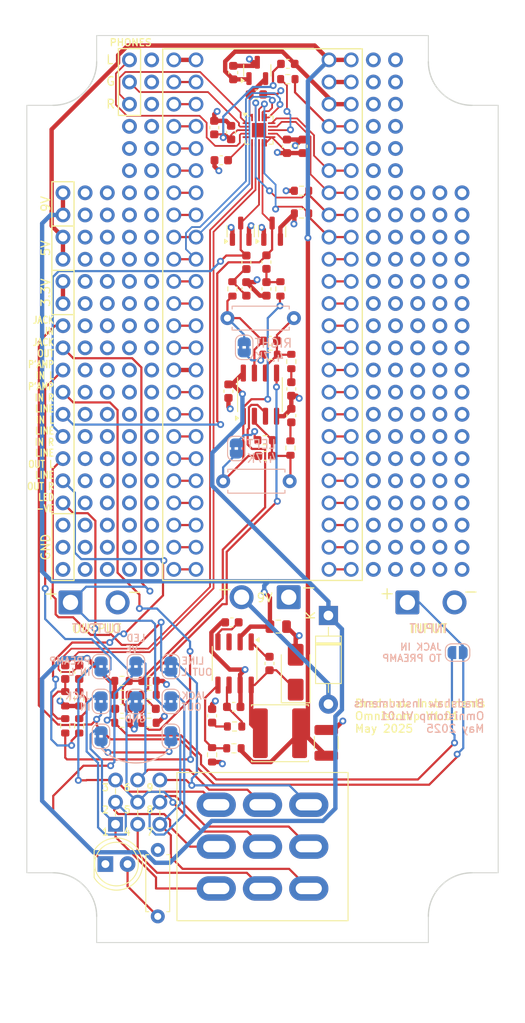
<source format=kicad_pcb>
(kicad_pcb (version 20241229) (generator "pcbnew") (generator_version "9.0")
  (layers (0 "F.Cu" signal) (4 "In1.Cu" signal) (6 "In2.Cu" signal) (2 "B.Cu" signal) (13 "F.Paste" user) (15 "B.Paste" user) (5 "F.SilkS" user "F.Silkscreen") (7 "B.SilkS" user "B.Silkscreen") (1 "F.Mask" user) (3 "B.Mask" user) (25 "Edge.Cuts" user))
  (net 0 "")
  (net 1 "+5V")
  (net 2 "GND")
  (net 3 "+1V8")
  (net 4 "+9V")
  (net 5 "Net-(U2-BOOT)")
  (net 6 "DAC_MCLK")
  (net 7 "+3.3V")
  (net 8 "Net-(D5-A)")
  (net 9 "Net-(D2-K)")
  (net 10 "LINE_IN_R")
  (net 11 "LINE_IN_L")
  (net 12 "DAC_LRCLK")
  (net 13 "DAC_BCLK")
  (net 14 "DAC_DOUT")
  (net 15 "DAC_DIN")
  (net 16 "DAC_SDA")
  (net 17 "DAC_SCL")
  (net 18 "Net-(U2-SS)")
  (net 19 "Net-(C4-Pad1)")
  (net 20 "Net-(JP2-B)")
  (net 21 "Net-(D1-A)")
  (net 22 "FOOTSWITCH_1")
  (net 23 "Net-(C10-Pad2)")
  (net 24 "Net-(U2-COMP)")
  (net 25 "Net-(U3A-+)")
  (net 26 "Net-(U3B-+)")
  (net 27 "Net-(C9-Pad2)")
  (net 28 "Net-(U3A--)")
  (net 30 "Net-(U3B--)")
  (net 31 "unconnected-(U1-1_TX1_CTX2_MISO1-Pad3)")
  (net 32 "Net-(C14-Pad1)")
  (net 33 "Net-(C15-Pad1)")
  (net 34 "Net-(U5-VAG)")
  (net 35 "Net-(U5-LINEOUT_R)")
  (net 36 "Net-(C25-Pad2)")
  (net 37 "Net-(U5-LINEOUT_L)")
  (net 38 "Net-(C26-Pad2)")
  (net 54 "FOOTSWITCH_2")
  (net 55 "FOOTSWITCH_3")
  (net 56 "FOOTSWITCH_4")
  (net 57 "FOOTSWITCH_5")
  (net 58 "FOOTSWITCH_6")
  (net 59 "FOOTSWITCH_7")
  (net 60 "FOOTSWITCH_8")
  (net 61 "FOOTSWITCH_9")
  (net 62 "Net-(JP1-B)")
  (net 63 "LINE_OUT_L")
  (net 121 "HEADPHONES_GND")
  (net 122 "HEADPHONES_RIGHT")
  (net 123 "HEADPHONES_LEFT")
  (net 207 "Net-(U2-VSENSE)")
  (net 208 "Net-(U5-SYS_MCLK)")
  (net 209 "unconnected-(U1-2_OUT2-Pad4)")
  (net 210 "unconnected-(U1-5_IN2-Pad7)")
  (net 211 "unconnected-(U1-11_MOSI_CTX1-Pad13)")
  (net 212 "unconnected-(U1-12_MISO_MQSL-Pad14)")
  (net 213 "unconnected-(U1-24_A10_TX6_SCL2-Pad16)")
  (net 214 "unconnected-(U1-29_TX7-Pad21)")
  (net 215 "unconnected-(U1-31_CTX3-Pad23)")
  (net 216 "unconnected-(U1-32_OUT1B-Pad24)")
  (net 217 "unconnected-(U1-34_RX8-Pad26)")
  (net 218 "unconnected-(U1-35_TX8-Pad27)")
  (net 219 "unconnected-(U1-40_A16-Pad32)")
  (net 220 "unconnected-(U1-GND-Pad34)")
  (net 224 "unconnected-(U1-14_A0_TX3_SPDIF_OUT-Pad36)")
  (net 225 "unconnected-(U1-15_A1_RX3_SPDIF_IN-Pad37)")
  (net 226 "unconnected-(U1-17_A3_TX4_SDA1-Pad39)")
  (net 228 "LINE_OUT_R")
  (net 229 "Net-(JP1-A)")
  (net 230 "Net-(JP2-A)")
  (net 231 "Net-(JP3-B)")
  (net 232 "PREAMP_IN_L")
  (net 233 "PREAMP_IN_R")
  (net 234 "JACK_IN")
  (net 235 "JACK_OUT")
  (net 236 "LED_NEG")
  (net 237 "Net-(U5-VDDA)")
  (net 238 "unconnected-(U1-25_A11_RX6_SDA2-Pad17)_1")
  (net 239 "unconnected-(U1-13_SCK_LED-Pad35)_1")
  (net 240 "unconnected-(U1-10_CS_MQSR-Pad12)_1")
  (net 241 "unconnected-(U1-36_CS-Pad28)_1")
  (net 242 "unconnected-(U1-22_A8_CTX1-Pad44)_1")
  (net 243 "unconnected-(U1-38_CS1_IN1-Pad30)_1")
  (net 244 "unconnected-(U1-41_A17-Pad33)_1")
  (net 245 "unconnected-(U1-27_A13_SCK1-Pad19)_1")
  (net 246 "unconnected-(U1-0_RX1_CRX2_CS1-Pad2)_1")
  (net 247 "unconnected-(U1-4_BCLK2-Pad6)_1")
  (net 248 "unconnected-(U1-16_A2_RX4_SCL1-Pad38)_1")
  (net 249 "unconnected-(U1-30_CRX3-Pad22)_1")
  (net 250 "unconnected-(U1-37_CS-Pad29)_1")
  (net 251 "unconnected-(U1-26_A12_MOSI1-Pad18)_1")
  (net 252 "unconnected-(U1-33_MCLK2-Pad25)_1")
  (net 253 "unconnected-(U1-6_OUT1D-Pad8)_1")
  (net 254 "unconnected-(U1-39_MISO1_OUT1A-Pad31)_1")
  (net 255 "unconnected-(U1-28_RX7-Pad20)_1")
  (net 256 "unconnected-(U1-9_OUT1C-Pad11)_1")
  (net 257 "unconnected-(U1-3_LRCLK2-Pad5)_1")
  (footprint "Capacitor_SMD:C_0603_1608Metric" (layer "F.Cu") (at 104.3 52.75)
    (property "Reference" "C21")
    (property "Value" "2.2uF")
  )
  (footprint "Resistor_SMD:R_0603_1608Metric" (layer "F.Cu") (at 109.475 63.8 180)
    (property "Reference" "R19")
    (property "Value" "2.2k")
  )
  (footprint "stomp:PinHeader_1x18_P2.54mm_Vertical_perf" (layer "F.Cu") (at 127.86 64.03)
    (property "Reference" "J10" (hide yes))
    (property "Value" "Conn_01x18_Pin")
  )
  (footprint "Inductor_SMD:L_Sunlord_SWPA6045S" (layer "F.Cu") (at 107 126)
    (property "Reference" "L1" (hide yes))
    (property "Value" "6.8uH")
  )
  (footprint "Capacitor_SMD:C_0603_1608Metric" (layer "F.Cu") (at 88.9 123.2)
    (property "Reference" "C7")
    (property "Value" "0.1u")
  )
  (footprint "Resistor_SMD:R_0603_1608Metric" (layer "F.Cu") (at 108.2 93.3 -90)
    (property "Reference" "R10")
    (property "Value" "10k")
  )
  (footprint "Resistor_SMD:R_0603_1608Metric" (layer "F.Cu") (at 84 125.15 90)
    (property "Reference" "R23")
    (property "Value" "100R")
  )
  (footprint "stomp:PinHeader_1x18_P2.54mm_Vertical_perf" (layer "F.Cu") (at 87.218145 64.031512)
    (property "Reference" "J3" (hide yes))
    (property "Value" "Conn_01x18_Pin")
  )
  (footprint "Capacitor_SMD:C_0603_1608Metric" (layer "F.Cu") (at 100.275 60.3 180)
    (property "Reference" "C22")
    (property "Value" "0.15uF")
  )
  (footprint "stomp:PinHeader_1x24_P2.54mm_Vertical_perf" (layer "F.Cu") (at 92.298145 48.791512)
    (property "Reference" "J5" (hide yes))
    (property "Value" "Conn_01x18_Pin")
  )
  (footprint "Diode_SMD:D_SMA" (layer "F.Cu") (at 108.8 119 90)
    (property "Reference" "D2")
    (property "Value" "B340A")
  )
  (footprint "Resistor_SMD:R_0603_1608Metric" (layer "F.Cu") (at 101.55 75.05 90)
    (property "Reference" "R17")
    (property "Value" "1k")
  )
  (footprint "Resistor_THT:R_Axial_DIN0207_L6.3mm_D2.5mm_P7.62mm_Horizontal" (layer "F.Cu") (at 93 147 90)
    (property "Reference" "R25")
    (property "Value" "R_US")
  )
  (footprint "Package_SO:SOIC-8_3.9x4.9mm_P1.27mm" (layer "F.Cu") (at 104.705 87.175 90)
    (property "Reference" "U3")
    (property "Value" "TL072")
  )
  (footprint "Package_DFN_QFN:QFN-20-1EP_3x3mm_P0.4mm_EP1.65x1.65mm" (layer "F.Cu") (at 104.6 56.85)
    (property "Reference" "U5")
    (property "Value" "SGTL5000XNLA3")
  )
  (footprint "MountingHole:MountingHole_3.2mm_M3" (layer "F.Cu") (at 127 134)
    (property "Reference" "H4" (hide yes))
    (property "Value" "MountingHole")
  )
  (footprint "Resistor_SMD:R_0603_1608Metric" (layer "F.Cu") (at 107.9 51)
    (property "Reference" "R20")
    (property "Value" "100")
  )
  (footprint "Resistor_SMD:R_0603_1608Metric" (layer "F.Cu") (at 107.05 75.05 90)
    (property "Reference" "R16")
    (property "Value" "1k")
  )
  (footprint "Inductor_SMD:L_0603_1608Metric" (layer "F.Cu") (at 107.9 49.25 180)
    (property "Reference" "FB1")
    (property "Value" "600")
  )
  (footprint "Capacitor_SMD:C_0603_1608Metric" (layer "F.Cu") (at 99.225 124 90)
    (property "Reference" "C4")
    (property "Value" "1nF")
  )
  (footprint "Package_SO:SOIC-8_3.9x4.9mm_P1.27mm" (layer "F.Cu") (at 101.8 118 -90)
    (property "Reference" "U2")
    (property "Value" "TPS54331DR")
  )
  (footprint "Capacitor_SMD:C_0603_1608Metric" (layer "F.Cu") (at 92 123.2)
    (property "Reference" "C8")
    (property "Value" "0.1u")
  )
  (footprint "Resistor_SMD:R_0603_1608Metric" (layer "F.Cu") (at 105.875 82.6 180)
    (property "Reference" "R15")
    (property "Value" "4.7k")
  )
  (footprint "Resistor_SMD:R_0603_1608Metric" (layer "F.Cu") (at 109.475 66.4 180)
    (property "Reference" "R18")
    (property "Value" "2.2k")
  )
  (footprint "Resistor_SMD:R_0603_1608Metric" (layer "F.Cu") (at 99.225 128.475 -90)
    (property "Reference" "R3")
    (property "Value" "1.8k")
  )
  (footprint "Capacitor_SMD:C_0805_2012Metric" (layer "F.Cu") (at 106.8 113.775)
    (property "Reference" "C1")
    (property "Value" "22uF")
  )
  (footprint "stomp:PinHeader_1x24_P2.54mm_Vertical_perf" (layer "F.Cu") (at 89.758145 48.791512)
    (property "Reference" "J4" (hide yes))
    (property "Value" "Conn_01x18_Pin")
  )
  (footprint "Connector_Wire:SolderWire-1sqmm_1x02_P5.4mm_D1.4mm_OD2.7mm" (layer "F.Cu") (at 83 111)
    (property "Reference" "J15" (hide yes))
    (property "Value" "GuitarOutput1")
  )
  (footprint "stomp:PinHeader_1x18_P2.54mm_Vertical_perf" (layer "F.Cu") (at 84.678145 64.031512)
    (property "Reference" "J2" (hide yes))
    (property "Value" "Conn_01x18_Pin")
  )
  (footprint "Connector_Wire:SolderWire-1sqmm_1x02_P5.4mm_D1.4mm_OD2.7mm" (layer "F.Cu") (at 108 110.4 180)
    (property "Reference" "J11" (hide yes))
    (property "Value" "Barrel_Jack")
  )
  (footprint "Capacitor_SMD:C_0603_1608Metric" (layer "F.Cu") (at 105.45 71.975 -90)
    (property "Reference" "C16")
    (property "Value" "1u")
  )
  (footprint "Package_TO_SOT_SMD:SOT-23" (layer "F.Cu") (at 104.4 50 90)
    (property "Reference" "U4")
    (property "Value" "AP7313-18SAG")
  )
  (footprint "Resistor_SMD:R_0603_1608Metric" (layer "F.Cu") (at 108.3 83.375 90)
    (property "Reference" "R11")
    (property "Value" "10k")
  )
  (footprint "Resistor_SMD:R_0603_1608Metric" (layer "F.Cu") (at 105.3 92.4 180)
    (property "Reference" "R13")
    (property "Value" "4.7k")
  )
  (footprint "Package_TO_SOT_SMD:SOT-23" (layer "F.Cu") (at 102.5 68.4375 90)
    (property "Reference" "D4")
    (property "Value" "BAT54S")
  )
  (footprint "stomp:PinHeader_1x18_P2.54mm_Vertical_perf" (layer "F.Cu") (at 125.32 64.03)
    (property "Reference" "J9" (hide yes))
    (property "Value" "Conn_01x18_Pin")
  )
  (footprint "stomp:PinHeader_1x18_P2.54mm_Vertical_perf" (layer "F.Cu") (at 122.78 64.03)
    (property "Reference" "J8" (hide yes))
    (property "Value" "Conn_01x18_Pin")
  )
  (footprint "Resistor_SMD:R_0603_1608Metric" (layer "F.Cu") (at 84 122.05 90)
    (property "Reference" "R22")
    (property "Value" "47k")
  )
  (footprint "stomp:PinHeader_1x24_P2.54mm_Vertical_perf" (layer "F.Cu") (at 120.24 48.79)
    (property "Reference" "J7" (hide yes))
    (property "Value" "Conn_01x18_Pin")
  )
  (footprint "Capacitor_SMD:C_0603_1608Metric" (layer "F.Cu") (at 82.4 119 -90)
    (property "Reference" "C26")
    (property "Value" "1uF")
  )
  (footprint "Resistor_SMD:R_0603_1608Metric" (layer "F.Cu") (at 92 120)
    (property "Reference" "R7")
    (property "Value" "2M")
  )
  (footprint "Capacitor_SMD:C_0603_1608Metric" (layer "F.Cu") (at 101.492549 113.286448 180)
    (property "Reference" "C3")
    (property "Value" "10nF")
  )
  (footprint "stomp:PinHeader_3x03_P2.54mm_Vertical_footswitch_breakout" (layer "F.Cu") (at 88.16 131.36)
    (property "Reference" "J13")
    (property "Value" "Footswitch_breakout")
  )
  (footprint "Package_TO_SOT_SMD:SOT-23" (layer "F.Cu") (at 106.1 68.4375 90)
    (property "Reference" "D3")
    (property "Value" "BAT54S")
  )
  (footprint "Capacitor_SMD:C_0603_1608Metric" (layer "F.Cu") (at 99.473289 56.55566 90)
    (property "Reference" "C23")
    (property "Value" "2.2uF")
  )
  (footprint "stomp:PinHeader_1x24_P2.54mm_Vertical_perf" (layer "F.Cu") (at 117.7 48.79)
    (property "Reference" "J6" (hide yes))
    (property "Value" "Conn_01x18_Pin")
  )
  (footprint "Capacitor_SMD:C_0603_1608Metric" (layer "F.Cu") (at 101.40305 57.128558 90)
    (property "Reference" "C24")
    (property "Value" "0.1uF")
  )
  (footprint "Resistor_SMD:R_0603_1608Metric" (layer "F.Cu") (at 88.9 121.6)
    (property "Reference" "R8")
    (property "Value" "2M")
  )
  (footprint "MountingHole:MountingHole_3.2mm_M3" (layer "F.Cu") (at 127 59)
    (property "Reference" "H2")
    (property "Value" "MountingHole")
  )
  (footprint "Capacitor_SMD:C_0603_1608Metric" (layer "F.Cu") (at 109.6 58.7 -90)
    (property "Reference" "C19")
    (property "Value" "0.1uF")
  )
  (footprint "Resistor_SMD:R_0603_1608Metric" (layer "F.Cu") (at 88.9 120)
    (property "Reference" "R6")
    (property "Value" "2M")
  )
  (footprint "Capacitor_SMD:C_0603_1608Metric" (layer "F.Cu") (at 101.1 86.775 90)
    (property "Reference" "C13")
    (property "Value" "100n")
  )
  (footprint "Resistor_SMD:R_0603_1608Metric" (layer "F.Cu") (at 82.4 122.05 90)
    (property "Reference" "R21")
    (property "Value" "47k")
  )
  (footprint "Capacitor_SMD:C_0603_1608Metric" (layer "F.Cu") (at 103.15 72 -90)
    (property "Reference" "C17")
    (property "Value" "1u")
  )
  (footprint "Connector_Wire:SolderWire-1sqmm_1x02_P5.4mm_D1.4mm_OD2.7mm" (layer "F.Cu") (at 121.6 111)
    (property "Reference" "J14" (hide yes))
    (property "Value" "GuitarInput1")
  )
  (footprint "Capacitor_SMD:C_0603_1608Metric" (layer "F.Cu") (at 105.45 75.05 -90)
    (property "Reference" "C14")
    (property "Value" "1n")
  )
  (footprint "Resistor_SMD:R_0603_1608Metric" (layer "F.Cu") (at 101.8 125.225 180)
    (property "Reference" "R1")
    (property "Value" "50k")
  )
  (footprint "Resistor_SMD:R_0603_1608Metric" (layer "F.Cu") (at 92 121.6)
    (property "Reference" "R9")
    (property "Value" "2M")
  )
  (footprint "Capacitor_SMD:C_0603_1608Metric" (layer "F.Cu") (at 105.3 94.2 180)
    (property "Reference" "C11")
    (property "Value" "18p")
  )
  (footprint "Capacitor_SMD:C_0603_1608Metric" (layer "F.Cu") (at 84 119 -90)
    (property "Reference" "C25")
    (property "Value" "1uF")
  )
  (footprint "Capacitor_SMD:C_1210_3225Metric" (layer "F.Cu") (at 112.3 127.1 90)
    (property "Reference" "C6")
    (property "Value" "47uF")
  )
  (footprint "Capacitor_SMD:C_0603_1608Metric" (layer "F.Cu") (at 101.65 50.25 90)
    (property "Reference" "C18")
    (property "Value" "2.2uF")
  )
  (footprint "Capacitor_SMD:C_0603_1608Metric" (layer "F.Cu") (at 108.3 89.575 -90)
    (property "Reference" "C9")
    (property "Value" "10u")
  )
  (footprint "MountingHole:MountingHole_3.2mm_M3" (layer "F.Cu") (at 83 59)
    (property "Reference" "H1")
    (property "Value" "MountingHole")
  )
  (footprint "stomp:Teensy41_stomp" (layer "F.Cu") (at 105 78 -90)
    (property "Reference" "U1")
    (property "Value" "Teensy4.1")
  )
  (footprint "Diode_THT:D_DO-41_SOD81_P10.16mm_Horizontal" (layer "F.Cu") (at 112.55 112.5 -90)
    (property "Reference" "D1")
    (property "Value" "1N5817")
  )
  (footprint "Resistor_SMD:R_0603_1608Metric" (layer "F.Cu") (at 101.725 127.725 180)
    (property "Reference" "R2")
    (property "Value" "10k")
  )
  (footprint "LED_THT:LED_D5.0mm" (layer "F.Cu") (at 87 141)
    (property "Reference" "D5")
    (property "Value" "LED")
  )
  (footprint "stomp:Footswitch_3PDT" (layer "F.Cu") (at 99.7 134.2)
    (property "Reference" "SW1")
    (property "Value" "Footswitch")
  )
  (footprint "Capacitor_SMD:C_0603_1608Metric" (layer "F.Cu") (at 105.8 118 90)
    (property "Reference" "C2")
    (property "Value" "100nF")
  )
  (footprint "MountingHole:MountingHole_3.2mm_M3" (layer "F.Cu") (at 83 134)
    (property "Reference" "H3" (hide yes))
    (property "Value" "MountingHole")
  )
  (footprint "Resistor_SMD:R_0603_1608Metric" (layer "F.Cu") (at 91.99 124.8)
    (property "Reference" "R5")
    (property "Value" "1M")
  )
  (footprint "stomp:PinHeader_1x18_P2.54mm_Vertical_perf" (layer "F.Cu") (at 82.138145 64.031512)
    (property "Reference" "J1" (hide yes))
    (property "Value" "Conn_01x18_Pin")
  )
  (footprint "Capacitor_SMD:C_0603_1608Metric" (layer "F.Cu") (at 103.15 75.05 90)
    (property "Reference" "C15")
    (property "Value" "1n")
  )
  (footprint "Resistor_SMD:R_0603_1608Metric" (layer "F.Cu") (at 88.9 124.8)
    (property "Reference" "R4")
    (property "Value" "1M")
  )
  (footprint "Capacitor_SMD:C_0603_1608Metric" (layer "F.Cu") (at 105.875 81 180)
    (property "Reference" "C12")
    (property "Value" "18p")
  )
  (footprint "Capacitor_SMD:C_0603_1608Metric" (layer "F.Cu") (at 107.8 58.7 -90)
    (property "Reference" "C20")
    (property "Value" "0.1uF")
  )
  (footprint "Resistor_SMD:R_0603_1608Metric" (layer "F.Cu") (at 82.4 125.15 90)
    (property "Reference" "R24")
    (property "Value" "100R")
  )
  (footprint "Capacitor_SMD:C_0603_1608Metric" (layer "F.Cu") (at 108.3 86.525 90)
    (property "Reference" "C10")
    (property "Value" "10u")
  )
  (footprint "Capacitor_SMD:C_0603_1608Metric" (layer "F.Cu") (at 101.7 122.975)
    (property "Reference" "C5")
    (property "Value" "10pF")
  )
  (footprint "Jumper:SolderJumper-2_P1.3mm_Bridged2Bar_RoundedPad1.0x1.5mm" (layer "B.Cu") (at 90.5 122.35 -90)
    (property "Reference" "JP6")
    (property "Value" "Jumper_2_Bridged")
  )
  (footprint "Jumper:SolderJumper-2_P1.3mm_Bridged2Bar_RoundedPad1.0x1.5mm" (layer "B.Cu") (at 90.5 118.35 -90)
    (property "Reference" "JP7")
    (property "Value" "Jumper_2_Bridged")
  )
  (footprint "Jumper:SolderJumper-2_P1.3mm_Open_RoundedPad1.0x1.5mm" (layer "B.Cu") (at 127.35 116.75)
    (property "Reference" "JP11")
    (property "Value" "Jumper_2_Open")
  )
  (footprint "Jumper:SolderJumper-2_P1.3mm_Bridged2Bar_RoundedPad1.0x1.5mm" (layer "B.Cu") (at 94.5 122.35 90)
    (property "Reference" "JP9")
    (property "Value" "Jumper_2_Bridged")
  )
  (footprint "Jumper:SolderJumper-2_P1.3mm_Bridged2Bar_RoundedPad1.0x1.5mm" (layer "B.Cu") (at 94.5 118.35 90)
    (property "Reference" "JP10")
    (property "Value" "Jumper_2_Bridged")
  )
  (footprint "Jumper:SolderJumper-2_P1.3mm_Bridged2Bar_RoundedPad1.0x1.5mm" (layer "B.Cu") (at 86.5 118.35 -90)
    (property "Reference" "JP5")
    (property "Value" "Jumper_2_Bridged")
  )
  (footprint "Jumper:SolderJumper-2_P1.3mm_Bridged2Bar_RoundedPad1.0x1.5mm" (layer "B.Cu") (at 94.5 126.35 90)
    (property "Reference" "JP8")
    (property "Value" "Jumper_2_Bridged")
  )
  (footprint "Jumper:SolderJumper-2_P1.3mm_Bridged2Bar_RoundedPad1.0x1.5mm" (layer "B.Cu") (at 102.9 81.75 90)
    (property "Reference" "JP2")
    (property "Value" "Jumper_2_Bridged")
  )
  (footprint "Jumper:SolderJumper-2_P1.3mm_Bridged2Bar_RoundedPad1.0x1.5mm" (layer "B.Cu") (at 86.5 126.35 -90)
    (property "Reference" "JP3")
    (property "Value" "Jumper_2_Bridged")
  )
  (footprint "Resistor_THT:R_Axial_DIN0207_L6.3mm_D2.5mm_P7.62mm_Horizontal" (layer "B.Cu") (at 108.6 78.4 180)
    (property "Reference" "R14")
    (property "Value" "Gain")
  )
  (footprint "Jumper:SolderJumper-2_P1.3mm_Bridged2Bar_RoundedPad1.0x1.5mm" (layer "B.Cu") (at 86.5 122.35 -90)
    (property "Reference" "JP4")
    (property "Value" "Jumper_2_Bridged")
  )
  (footprint "Jumper:SolderJumper-2_P1.3mm_Bridged2Bar_RoundedPad1.0x1.5mm" (layer "B.Cu") (at 102 93.35 -90)
    (property "Reference" "JP1")
    (property "Value" "Jumper_2_Bridged")
  )
  (footprint "Resistor_THT:R_Axial_DIN0207_L6.3mm_D2.5mm_P7.62mm_Horizontal" (layer "B.Cu") (at 108.11 97.1 180)
    (property "Reference" "R12")
    (property "Value" "Gain")
  )
  (gr_rect (start 80.868145 100.821512) (end 83.408145 108.481512) (stroke (width 0.15)) (fill no) (layer "F.SilkS"))
  (gr_line (start 83.408145 100.821512) (end 83.408145 78.001512) (stroke (width 0.15)) (layer "F.SilkS"))
  (gr_rect (start 80.868145 62.761512) (end 83.408145 67.841512) (stroke (width 0.15)) (fill no) (layer "F.SilkS"))
  (gr_rect (start 80.868145 72.921512) (end 83.408145 78.001512) (stroke (width 0.15)) (fill no) (layer "F.SilkS"))
  (gr_rect (start 80.868145 67.841512) (end 83.408145 72.921512) (stroke (width 0.15)) (fill no) (layer "F.SilkS"))
  (gr_rect (start 88.489777 47.4989) (end 91.029777 55.1589) (stroke (width 0.15)) (fill no) (layer "F.SilkS"))
  (gr_arc (start 94.5 127.75) (mid 90.5 129.406854) (end 86.5 127.75) (stroke (width 0.15)) (layer "B.SilkS"))
  (gr_line (start 86 150) (end 124 150) (stroke (width 0.1)) (layer "Edge.Cuts"))
  (gr_arc (start 81 142) (mid 84.535534 143.464466) (end 86 147) (stroke (width 0.15)) (layer "Edge.Cuts"))
  (gr_line (start 132 54) (end 132 142) (stroke (width 0.1)) (layer "Edge.Cuts"))
  (gr_line (start 86 46) (end 124 46) (stroke (width 0.1)) (layer "Edge.Cuts"))
  (gr_line (start 129 54) (end 132 54) (stroke (width 0.1)) (layer "Edge.Cuts"))
  (gr_arc (start 86 49) (mid 84.535534 52.535534) (end 81 54) (stroke (width 0.15)) (layer "Edge.Cuts"))
  (gr_arc (start 124 147) (mid 125.464466 143.464466) (end 129 142) (stroke (width 0.15)) (layer "Edge.Cuts"))
  (gr_line (start 78 54) (end 78 142) (stroke (width 0.1)) (layer "Edge.Cuts"))
  (gr_line (start 124 150) (end 124 147) (stroke (width 0.1)) (layer "Edge.Cuts"))
  (gr_arc (start 129 54) (mid 125.464466 52.535534) (end 124 49) (stroke (width 0.15)) (layer "Edge.Cuts"))
  (gr_line (start 86 147) (end 86 150) (stroke (width 0.1)) (layer "Edge.Cuts"))
  (gr_line (start 124 46) (end 124 49) (stroke (width 0.1)) (layer "Edge.Cuts"))
  (gr_line (start 78 142) (end 81 142) (stroke (width 0.1)) (layer "Edge.Cuts"))
  (gr_line (start 86 49) (end 86 46) (stroke (width 0.1)) (layer "Edge.Cuts"))
  (gr_line (start 132 142) (end 129 142) (stroke (width 0.1)) (layer "Edge.Cuts"))
  (gr_line (start 78 54) (end 81 54) (stroke (width 0.1)) (layer "Edge.Cuts"))
  (gr_text "G" (at 87 51.25 0) (layer "F.SilkS") (effects (font (size 1 1)) (justify left)))
  (gr_text "P'AMP\nIN R" (at 81.2 86.891512 0) (layer "F.SilkS") (effects (font (size 0.8 0.66)) (justify right)))
  (gr_text "PHONES" (at 87.4 46.8 0) (layer "F.SilkS") (effects (font (size 0.8 0.8)) (justify left)))
  (gr_text "3.3V" (at 80.748145 75.471512 90) (layer "F.SilkS") (effects (font (size 1 1)) (justify bottom)))
  (gr_text "R" (at 87 53.85 0) (layer "F.SilkS") (effects (font (size 1 1)) (justify left)))
  (gr_text "LINE\nOUT R" (at 81.2 97.051512 0) (layer "F.SilkS") (effects (font (size 0.8 0.66)) (justify right)))
  (gr_text "+" (at 119.276339 110.768889 0) (layer "F.SilkS") (effects (font (size 1.5 1.5)) (justify bottom)))
  (gr_text "LINE\nOUT L" (at 81.2 94.511512 0) (layer "F.SilkS") (effects (font (size 0.8 0.66)) (justify right)))
  (gr_text "9V" (at 80.748145 65.311512 90) (layer "F.SilkS") (effects (font (size 1 1)) (justify bottom)))
  (gr_text "5V" (at 80.748145 70.391512 90) (layer "F.SilkS") (effects (font (size 1 1)) (justify bottom)))
  (gr_text "LINE\nIN L" (at 81.2 89.431512 0) (layer "F.SilkS") (effects (font (size 0.8 0.66)) (justify right)))
  (gr_text "-" (at 110.3 110.1 0) (layer "F.SilkS") (effects (font (size 1.5 1.5)) (justify bottom)))
  (gr_text "OUTPUT" (at 86 114 0) (layer "F.SilkS") (effects (font (size 1 1))))
  (gr_text "Bradshaw Instruments\nOmnistomp V1.01\nMay 2025" (at 115.5 126 0) (layer "F.SilkS") (effects (font (size 0.9 0.9)) (justify left bottom)))
  (gr_text "9V" (at 105.246536 110.462221 0) (layer "F.SilkS") (effects (font (size 1 1))))
  (gr_text "+" (at 80.754997 110.798529 0) (layer "F.SilkS") (effects (font (size 1.5 1.5)) (justify bottom)))
  (gr_text "-" (at 90.354997 110.598529 0) (layer "F.SilkS") (effects (font (size 1.5 1.5)) (justify bottom)))
  (gr_text "LINE\nIN R" (at 81.2 91.971512 0) (layer "F.SilkS") (effects (font (size 0.8 0.66)) (justify right)))
  (gr_text "INPUT" (at 124 114 0) (layer "F.SilkS") (effects (font (size 1 1))))
  (gr_text "L" (at 87 48.77 0) (layer "F.SilkS") (effects (font (size 1 1)) (justify left)))
  (gr_text "-" (at 128.876339 110.568889 0) (layer "F.SilkS") (effects (font (size 1.5 1.5)) (justify bottom)))
  (gr_text "+" (at 100.7 110.3 0) (layer "F.SilkS") (effects (font (size 1.5 1.5)) (justify bottom)))
  (gr_text "JACK\nIN" (at 81.2 79.271512 0) (layer "F.SilkS") (effects (font (size 0.8 0.66)) (justify right)))
  (gr_text "P'AMP\nIN L" (at 81.2 84.351512 0) (layer "F.SilkS") (effects (font (size 0.8 0.66)) (justify right)))
  (gr_text "LED\n-VE" (at 81.2 99.591512 0) (layer "F.SilkS") (effects (font (size 0.8 0.66)) (justify right)))
  (gr_text "JACK\nOUT" (at 81.2 81.811512 0) (layer "F.SilkS") (effects (font (size 0.8 0.66)) (justify right)))
  (gr_text "GND" (at 80.748145 104.661512 90) (layer "F.SilkS") (effects (font (size 1 1)) (justify bottom)))
  (gr_text "JACK\nIN" (at 85.39 122.35 0) (layer "B.SilkS") (effects (font (size 0.8 0.8)) (justify left mirror)))
  (gr_text "JACK\nOUT" (at 95.63 122.35 0) (layer "B.SilkS") (effects (font (size 0.8 0.8)) (justify right mirror)))
  (gr_text "LED\n-VE" (at 90.5 116.85 0) (layer "B.SilkS") (effects (font (size 0.8 0.8)) (justify bottom mirror)))
  (gr_text "PREAMP\nIN L" (at 85.39 118.35 0) (layer "B.SilkS") (effects (font (size 0.8 0.8)) (justify left mirror)))
  (gr_text "RIGHT\n4.7K" (at 104 82.0775 0) (layer "B.SilkS") (effects (font (size 1 1)) (justify right mirror)))
  (gr_text "LINE\nOUT L" (at 95.63 118.35 0) (layer "B.SilkS") (effects (font (size 0.8 0.8)) (justify right mirror)))
  (gr_text "OUTPUT" (at 86 114 0) (layer "B.SilkS") (effects (font (size 1 1)) (justify mirror)))
  (gr_text "JACK IN\nTO PREAMP" (at 125.6 116.75 0) (layer "B.SilkS") (effects (font (size 0.8 0.8)) (justify left mirror)))
  (gr_text "Bradshaw Instruments\nOmnistomp V1.01\nMay 2025" (at 130.5 126 0) (layer "B.SilkS") (effects (font (size 0.9 0.9)) (justify left bottom mirror)))
  (gr_text "GND" (at 90.45 123.89 0) (layer "B.SilkS") (effects (font (size 0.8 0.8)) (justify top mirror)))
  (gr_text "LEFT\n4.7K" (at 103.1 93.6775 0) (layer "B.SilkS") (effects (font (size 1 1)) (justify right mirror)))
  (gr_text "INPUT" (at 124 114 0) (layer "B.SilkS") (effects (font (size 1 1)) (justify mirror)))
  (segment (start 88.457145 49.142855) (end 88.457145 48.25262) (width 0.5) (layer "F.Cu") (net 1))
  (segment (start 103.852708 129.301) (end 105.949 129.301) (width 0.5) (layer "F.Cu") (net 1))
  (segment (start 109.725 126) (end 112.3 128.575) (width 0.5) (layer "F.Cu") (net 1))
  (segment (start 80.837145 56.762855) (end 88.457145 49.142855) (width 0.5) (layer "F.Cu") (net 1))
  (segment (start 109.25 126) (end 109.725 126) (width 0.5) (layer "F.Cu") (net 1))
  (segment (start 88.457145 48.25262) (end 89.561765 47.148) (width 0.5) (layer "F.Cu") (net 1))
  (segment (start 89.561765 47.148) (end 110.978 47.148) (width 0.5) (layer "F.Cu") (net 1))
  (segment (start 112.62 48.79) (end 115.16 48.79) (width 0.5) (layer "F.Cu") (net 1))
  (segment (start 102.55 127.725) (end 102.55 127.998292) (width 0.5) (layer "F.Cu") (net 1))
  (segment (start 110.2 126.475) (end 110.2 69.2) (width 0.5) (layer "F.Cu") (net 1))
  (segment (start 82.138145 69.111512) (end 82.138145 71.651512) (width 0.5) (layer "F.Cu") (net 1))
  (segment (start 112.3 128.575) (end 110.2 126.475) (width 0.5) (layer "F.Cu") (net 1))
  (segment (start 105.949 129.301) (end 109.25 126) (width 0.5) (layer "F.Cu") (net 1))
  (segment (start 80.837145 67.810512) (end 80.837145 56.762855) (width 0.5) (layer "F.Cu") (net 1))
  (segment (start 82.138145 69.111512) (end 80.837145 67.810512) (width 0.5) (layer "F.Cu") (net 1))
  (segment (start 110.978 47.148) (end 112.62 48.79) (width 0.5) (layer "F.Cu") (net 1))
  (segment (start 102.55 127.998292) (end 103.852708 129.301) (width 0.5) (layer "F.Cu") (net 1))
  (via (at 110.2 69.2) (size 0.8) (drill 0.4) (layers "F.Cu" "B.Cu") (net 1))
  (segment (start 110.2 51.21) (end 112.62 48.79) (width 0.5) (layer "B.Cu") (net 1))
  (segment (start 110.2 69.2) (end 110.2 51.21) (width 0.5) (layer "B.Cu") (net 1))
  (segment (start 108.8 114.825) (end 107.75 113.775) (width 0.5) (layer "F.Cu") (net 2))
  (segment (start 106.723403 52.695285) (end 107.100001 52.318687) (width 0.25) (layer "F.Cu") (net 2))
  (segment (start 103.9875 49.475) (end 104.4 49.0625) (width 0.5) (layer "F.Cu") (net 2))
  (segment (start 104.7 75.825) (end 103.15 74.275) (width 0.5) (layer "F.Cu") (net 2))
  (segment (start 105.15 68.25) (end 104.9 68) (width 0.5) (layer "F.Cu") (net 2))
  (segment (start 101.1 88.6) (end 101.3 88.8) (width 0.5) (layer "F.Cu") (net 2))
  (segment (start 107.45 89.65) (end 108.3 88.8) (width 0.5) (layer "F.Cu") (net 2))
  (segment (start 102.435 119.265) (end 103 118.7) (width 0.5) (layer "F.Cu") (net 2))
  (segment (start 99.473289 55.026711) (end 99.8 54.7) (width 0.5) (layer "F.Cu") (net 2))
  (segment (start 101.2409 118.7) (end 103 118.7) (width 0.5) (layer "F.Cu") (net 2))
  (segment (start 99.225 123.225) (end 99.225 122.675) (width 0.5) (layer "F.Cu") (net 2))
  (segment (start 100.1 129.3) (end 100.2 129.3) (width 0.5) (layer "F.Cu") (net 2))
  (segment (start 101.55 68.15) (end 101.4 68) (width 0.5) (layer "F.Cu") (net 2))
  (segment (start 103.8625 49.0625) (end 103.5 48.7) (width 0.5) (layer "F.Cu") (net 2))
  (segment (start 82.4 122.875) (end 82.375 122.875) (width 0.5) (layer "F.Cu") (net 2))
  (segment (start 105.129715 52.695285) (end 106.723403 52.695285) (width 0.25) (layer "F.Cu") (net 2))
  (segment (start 107.8 59.475) (end 109.6 59.475) (width 0.5) (layer "F.Cu") (net 2))
  (segment (start 108.8 117) (end 108.8 115.2) (width 0.5) (layer "F.Cu") (net 2))
  (segment (start 112.3 125.625) (end 113.175 125.625) (width 0.5) (layer "F.Cu") (net 2))
  (segment (start 107.8 59.4) (end 107.8 59.475) (width 0.2) (layer "F.Cu") (net 2))
  (segment (start 94.84 48.79) (end 97.38 48.79) (width 0.5) (layer "F.Cu") (net 2))
  (segment (start 99.5 60.3) (end 99.5 61) (width 0.5) (layer "F.Cu") (net 2))
  (segment (start 100.717549 113.286448) (end 100.304452 113.286448) (width 0.5) (layer "F.Cu") (net 2))
  (segment (start 89.725 124.8) (end 89.725 124.946139) (width 0.5) (layer "F.Cu") (net 2))
  (segment (start 92.825 120) (end 93.6 120) (width 0.5) (layer "F.Cu") (net 2))
  (segment (start 99.225 122.675) (end 99.6 122.3) (width 0.5) (layer "F.Cu") (net 2))
  (segment (start 108.8 115.2) (end 109.2 114.8) (width 0.5) (layer "F.Cu") (net 2))
  (segment (start 102.435 120.475) (end 102.435 119.265) (width 0.5) (layer "F.Cu") (net 2))
  (segment (start 102.475 120.515) (end 102.435 120.475) (width 0.5) (layer "F.Cu") (net 2))
  (segment (start 108.9 87.3) (end 109.2 87.6) (width 0.5) (layer "F.Cu") (net 2))
  (segment (start 105.45 75.825) (end 104.7 75.825) (width 0.5) (layer "F.Cu") (net 2))
  (segment (start 101.1 87.55) (end 101.1 88.6) (width 0.5) (layer "F.Cu") (net 2))
  (segment (start 108.3 87.3) (end 108.9 87.3) (width 0.5) (layer "F.Cu") (net 2))
  (segment (start 100.2 129.3) (end 100.4 129.5) (width 0.5) (layer "F.Cu") (net 2))
  (segment (start 82.375 122.875) (end 81.8 122.3) (width 0.5) (layer "F.Cu") (net 2))
  (segment (start 106.61 89.65) (end 107.45 89.65) (width 0.5) (layer "F.Cu") (net 2))
  (segment (start 106.05 57.65) (end 107.8 59.4) (width 0.2) (layer "F.Cu") (net 2))
  (segment (start 93.014112 124.8) (end 93.757056 124.057056) (width 0.5) (layer "F.Cu") (net 2))
  (segment (start 104.6 56.85) (end 105.4 57.65) (width 0.2) (layer "F.Cu") (net 2))
  (segment (start 99.144 114.4469) (end 99.144 116.6031) (width 0.5) (layer "F.Cu") (net 2))
  (segment (start 99.473289 55.78066) (end 100.830152 55.78066) (width 0.5) (layer "F.Cu") (net 2))
  (segment (start 92.825 120) (end 92.825 121.6) (width 0.5) (layer "F.Cu") (net 2))
  (segment (start 101.65 49.475) (end 103.9875 49.475) (width 0.5) (layer "F.Cu") (net 2))
  (segment (start 99.144 116.6031) (end 101.2409 118.7) (width 0.5) (layer "F.Cu") (net 2))
  (segment (start 92.815 124.8) (end 93.014112 124.8) (width 0.5) (layer "F.Cu") (net 2))
  (segment (start 102.475 122.975) (end 102.475 120.515) (width 0.5) (layer "F.Cu") (net 2))
  (segment (start 100.304452 113.286448) (end 99.144 114.4469) (width 0.5) (layer "F.Cu") (net 2))
  (segment (start 84 122.875) (end 82.4 122.875) (width 0.5) (layer "F.Cu") (net 2))
  (segment (start 115.16 51.33) (end 112.62 51.33) (width 0.5) (layer "F.Cu") (net 2))
  (segment (start 99.473289 55.78066) (end 99.473289 55.026711) (width 0.5) (layer "F.Cu") (net 2))
  (segment (start 104.4 49.0625) (end 103.8625 49.0625) (width 0.5) (layer "F.Cu") (net 2))
  (segment (start 99.5 61) (end 100 61.5) (width 0.5) (layer "F.Cu") (net 2))
  (segment (start 107.8 59.475) (end 106.775 59.475) (width 0.5) (layer "F.Cu") (net 2))
  (segment (start 101.55 69.375) (end 101.55 68.15) (width 0.5) (layer "F.Cu") (net 2))
  (segment (start 99.225 129.3) (end 100.1 129.3) (width 0.5) (layer "F.Cu") (net 2))
  (segment (start 104.099526 74.275) (end 104.375702 73.998824) (width 0.5) (layer "F.Cu") (net 2))
  (segment (start 105.4 57.65) (end 106.05 57.65) (width 0.2) (layer "F.Cu") (net 2))
  (segment (start 113.175 125.625) (end 114.2 124.6) (width 0.5) (layer "F.Cu") (net 2))
  (segment (start 108.8 117) (end 108.8 114.825) (width 0.5) (layer "F.Cu") (net 2))
  (segment (start 103.15 74.275) (end 104.099526 74.275) (width 0.5) (layer "F.Cu") (net 2))
  (segment (start 108.3 88.8) (end 108.3 87.3) (width 0.5) (layer "F.Cu") (net 2))
  (segment (start 106.775 59.475) (end 106.7 59.4) (width 0.5) (layer "F.Cu") (net 2))
  (segment (start 93.6 120) (end 94 120.4) (width 0.5) (layer "F.Cu") (net 2))
  (segment (start 105.4 58.3) (end 106.05 57.65) (width 0.2) (layer "F.Cu") (net 2))
  (segment (start 100.830152 55.78066) (end 101.40305 56.353558) (width 0.5) (layer "F.Cu") (net 2))
  (segment (start 89.725 124.946139) (end 90.302861 125.524) (width 0.5) (layer "F.Cu") (net 2))
  (segment (start 105.075 52.75) (end 105.129715 52.695285) (width 0.25) (layer "F.Cu") (net 2))
  (segment (start 105.15 69.375) (end 105.15 68.25) (width 0.5) (layer "F.Cu") (net 2))
  (via (at 106.7 59.4) (size 0.8) (drill 0.4) (layers "F.Cu" "B.Cu") (net 2))
  (via (at 104.9 68) (size 0.8) (drill 0.4) (layers "F.Cu" "B.Cu") (net 2))
  (via (at 103.5 48.7) (size 0.8) (drill 0.4) (layers "F.Cu" "B.Cu") (net 2))
  (via (at 109.2 114.8) (size 0.8) (drill 0.4) (layers "F.Cu" "B.Cu") (net 2))
  (via (at 100 61.5) (size 0.8) (drill 0.4) (layers "F.Cu" "B.Cu") (net 2))
  (via (at 101.3 88.8) (size 0.8) (drill 0.4) (layers "F.Cu" "B.Cu") (net 2))
  (via (at 90.302861 125.524) (size 0.8) (drill 0.4) (layers "F.Cu" "B.Cu") (net 2))
  (via (at 101.4 68) (size 0.8) (drill 0.4) (layers "F.Cu" "B.Cu") (net 2))
  (via (at 99.8 54.7) (size 0.8) (drill 0.4) (layers "F.Cu" "B.Cu") (net 2))
  (via (at 107.100001 52.318687) (size 0.8) (drill 0.4) (layers "F.Cu" "B.Cu") (net 2))
  (via (at 104.375702 73.998824) (size 0.8) (drill 0.4) (layers "F.Cu" "B.Cu") (net 2))
  (via (at 93.757056 124.057056) (size 0.8) (drill 0.4) (layers "F.Cu" "B.Cu") (net 2))
  (via (at 109.2 87.6) (size 0.8) (drill 0.4) (layers "F.Cu" "B.Cu") (net 2))
  (via (at 100.4 129.5) (size 0.8) (drill 0.4) (layers "F.Cu" "B.Cu") (net 2))
  (via (at 103 118.7) (size 0.8) (drill 0.4) (layers "F.Cu" "B.Cu") (net 2))
  (via (at 81.8 122.3) (size 0.8) (drill 0.4) (layers "F.Cu" "B.Cu") (net 2))
  (via (at 114.2 124.6) (size 0.8) (drill 0.4) (layers "F.Cu" "B.Cu") (net 2))
  (via (at 99.6 122.3) (size 0.8) (drill 0.4) (layers "F.Cu" "B.Cu") (net 2))
  (via (at 94 120.4) (size 0.8) (drill 0.4) (layers "F.Cu" "B.Cu") (net 2))
  (segment (start 90.5 125.326861) (end 90.302861 125.524) (width 0.5) (layer "B.Cu") (net 2))
  (segment (start 90.5 123) (end 90.5 125.326861) (width 0.5) (layer "B.Cu") (net 2))
  (segment (start 103.525 52.75) (end 103.5375 52.75) (width 0.5) (layer "F.Cu") (net 3))
  (segment (start 103.5375 52.75) (end 105.35 50.9375) (width 0.5) (layer "F.Cu") (net 3))
  (segment (start 103.8 55.4) (end 103.8 55.3) (width 0.2) (layer "F.Cu") (net 3))
  (segment (start 103.525 55.025) (end 103.525 52.75) (width 0.2) (layer "F.Cu") (net 3))
  (segment (start 103.8 55.3) (end 103.525 55.025) (width 0.2) (layer "F.Cu") (net 3))
  (segment (start 105.85 110.45) (end 105.2 109.8) (width 0.5) (layer "F.Cu") (net 4))
  (segment (start 88.075 120) (end 88.075 121.6) (width 0.5) (layer "F.Cu") (net 4))
  (segment (start 102.435 114.9659) (end 103.6259 113.775) (width 0.5) (layer "F.Cu") (net 4))
  (segment (start 88.075 120) (end 87.5 120) (width 0.5) (layer "F.Cu") (net 4))
  (segment (start 105.85 113.775) (end 105.85 110.45) (width 0.5) (layer "F.Cu") (net 4))
  (segment (start 101.1 86) (end 101.5 86) (width 0.5) (layer "F.Cu") (net 4))
  (segment (start 102.435 115.525) (end 102.435 114.9659) (width 0.5) (layer "F.Cu") (net 4))
  (segment (start 82.138145 66.571512) (end 82.138145 64.031512) (width 0.5) (layer "F.Cu") (net 4))
  (segment (start 101.6 86) (end 102.7 87.1) (width 0.5) (layer "F.Cu") (net 4))
  (segment (start 101.5 86) (end 102.8 84.7) (width 0.5) (layer "F.Cu") (net 4))
  (segment (start 87.5 120) (end 84.9 117.4) (width 0.5) (layer "F.Cu") (net 4))
  (segment (start 101.1 86) (end 101.6 86) (width 0.5) (layer "F.Cu") (net 4))
  (segment (start 103.6259 113.775) (end 105.85 113.775) (width 0.5) (layer "F.Cu") (net 4))
  (via (at 105.2 109.8) (size 0.8) (drill 0.4) (layers "F.Cu" "B.Cu") (net 4))
  (via (at 84.9 117.4) (size 0.8) (drill 0.4) (layers "F.Cu" "B.Cu") (net 4))
  (via (at 102.7 87.1) (size 0.8) (drill 0.4) (layers "F.Cu" "B.Cu") (net 4))
  (segment (start 80.871512 66.571512) (end 82.138145 66.571512) (width 0.5) (layer "B.Cu") (net 4))
  (segment (start 114.101 114.051) (end 112.55 112.5) (width 0.5) (layer "B.Cu") (net 4))
  (segment (start 79.751 107.451) (end 79.751 67.549) (width 0.5) (layer "B.Cu") (net 4))
  (segment (start 79.751 67.549) (end 80.8 66.5) (width 0.5) (layer "B.Cu") (net 4))
  (segment (start 110.775 109.125) (end 110.224 108.574) (width 0.5) (layer "B.Cu") (net 4))
  (segment (start 82.1 117.4) (end 79.751 119.749) (width 0.5) (layer "B.Cu") (net 4))
  (segment (start 79.751 133.751) (end 85.649 139.649) (width 0.5) (layer "B.Cu") (net 4))
  (segment (start 94.381291 140.851) (end 99.181291 136.051) (width 0.5) (layer "B.Cu") (net 4))
  (segment (start 105.7 108.574) (end 80.874 108.574) (width 0.5) (layer "B.Cu") (net 4))
  (segment (start 111.916709 136.051) (end 113.349 134.618709) (width 0.5) (layer "B.Cu") (net 4))
  (segment (start 91.499818 139.649) (end 92.701818 140.851) (width 0.5) (layer "B.Cu") (net 4))
  (segment (start 80.8 66.5) (end 80.871512 66.571512) (width 0.5) (layer "B.Cu") (net 4))
  (segment (start 102.7 87.1) (end 102.7 90.398012) (width 0.5) (layer "B.Cu") (net 4))
  (segment (start 99.239 97.618182) (end 110.745818 109.125) (width 0.5) (layer "B.Cu") (net 4))
  (segment (start 113.349 124.054446) (end 114.101 123.302446) (width 0.5) (layer "B.Cu") (net 4))
  (segment (start 112.55 112.5) (end 112.55 110.9) (width 0.5) (layer "B.Cu") (net 4))
  (segment (start 84.9 117.4) (end 82.1 117.4) (width 0.5) (layer "B.Cu") (net 4))
  (segment (start 112.55 110.9) (end 110.775 109.125) (width 0.5) (layer "B.Cu") (net 4))
  (segment (start 99.239 93.859012) (end 99.239 97.618182) (width 0.5) (layer "B.Cu") (net 4))
  (segment (start 102.7 90.398012) (end 99.239 93.859012) (width 0.5) (layer "B.Cu") (net 4))
  (segment (start 113.349 134.618709) (end 113.349 124.054446) (width 0.5) (layer "B.Cu") (net 4))
  (segment (start 110.224 108.574) (end 105.7 108.574) (width 0.5) (layer "B.Cu") (net 4))
  (segment (start 99.181291 136.051) (end 111.916709 136.051) (width 0.5) (layer "B.Cu") (net 4))
  (segment (start 80.874 108.574) (end 79.751 107.451) (width 0.5) (layer "B.Cu") (net 4))
  (segment (start 85.649 139.649) (end 91.499818 139.649) (width 0.5) (layer "B.Cu") (net 4))
  (segment (start 105.2 109.074) (end 105.7 108.574) (width 0.5) (layer "B.Cu") (net 4))
  (segment (start 79.751 119.749) (end 79.751 133.751) (width 0.5) (layer "B.Cu") (net 4))
  (segment (start 110.745818 109.125) (end 110.775 109.125) (width 0.5) (layer "B.Cu") (net 4))
  (segment (start 92.701818 140.851) (end 94.381291 140.851) (width 0.5) (layer "B.Cu") (net 4))
  (segment (start 114.101 123.302446) (end 114.101 114.051) (width 0.5) (layer "B.Cu") (net 4))
  (segment (start 105.2 109.8) (end 105.2 109.074) (width 0.5) (layer "B.Cu") (net 4))
  (segment (start 105.8 117.225) (end 105.405 117.225) (width 0.25) (layer "F.Cu") (net 5))
  (segment (start 105.405 117.225) (end 103.705 115.525) (width 0.25) (layer "F.Cu") (net 5))
  (segment (start 115.16 56.41) (end 112.62 56.41) (width 0.25) (layer "F.Cu") (net 6))
  (segment (start 108.725 52.515) (end 112.62 56.41) (width 0.25) (layer "F.Cu") (net 6))
  (segment (start 108.725 51) (end 108.725 52.515) (width 0.25) (layer "F.Cu") (net 6))
  (segment (start 94.84 84.35) (end 97.38 84.35) (width 0.5) (layer "F.Cu") (net 7))
  (segment (start 109.6 57.925) (end 109.466623 57.925) (width 0.5) (layer "F.Cu") (net 7))
  (segment (start 82.138145 74.191512) (end 82.138145 76.731512) (width 0.5) (layer "F.Cu") (net 7))
  (segment (start 107.05 68) (end 108.65 66.4) (width 0.5) (layer "F.Cu") (net 7))
  (segment (start 112.62 53.87) (end 115.16 53.87) (width 0.5) (layer "F.Cu") (net 7))
  (segment (start 101.65 51.025) (end 103.3625 51.025) (width 0.5) (layer "F.Cu") (net 7))
  (segment (start 100.724 48.963758) (end 101.838758 47.849) (width 0.5) (layer "F.Cu") (net 7))
  (segment (start 108.65 63.8) (end 107.7 63.8) (width 0.5) (layer "F.Cu") (net 7))
  (segment (start 100.724 50.099) (end 100.724 48.963758) (width 0.5) (layer "F.Cu") (net 7))
  (segment (start 107.2865 47.849) (end 108.6875 49.25) (width 0.5) (layer "F.Cu") (net 7))
  (segment (start 106.65 57.25) (end 107.325 57.925) (width 0.2) (layer "F.Cu") (net 7))
  (segment (start 107.05 69.375) (end 107.05 68) (width 0.5) (layer "F.Cu") (net 7))
  (segment (start 112.62 53.1825) (end 112.62 53.87) (width 0.5) (layer "F.Cu") (net 7))
  (segment (start 108.65 67.55) (end 108.6 67.6) (width 0.5) (layer "F.Cu") (net 7))
  (segment (start 107.325 57.925) (end 107.8 57.925) (width 0.2) (layer "F.Cu") (net 7))
  (segment (start 109.466623 57.925) (end 108.766623 58.625) (width 0.5) (layer "F.Cu") (net 7))
  (segment (start 108.6875 49.25) (end 112.62 53.1825) (width 0.5) (layer "F.Cu") (net 7))
  (segment (start 103.3625 51.025) (end 103.45 50.9375) (width 0.5) (layer "F.Cu") (net 7))
  (segment (start 107.8 57.925) (end 109.6 57.925) (width 0.5) (layer "F.Cu") (net 7))
  (segment (start 103.45 69.375) (end 103.45 68.05) (width 0.5) (layer "F.Cu") (net 7))
  (segment (start 101.838758 47.849) (end 107.2865 47.849) (width 0.5) (layer "F.Cu") (net 7))
  (segment (start 108.65 66.4) (end 108.65 67.55) (width 0.5) (layer "F.Cu") (net 7))
  (segment (start 103.45 68.05) (end 103.7 67.8) (width 0.5) (layer "F.Cu") (net 7))
  (segment (start 101.65 51.025) (end 100.724 50.099) (width 0.5) (layer "F.Cu") (net 7))
  (segment (start 106.05 57.25) (end 106.65 57.25) (width 0.2) (layer "F.Cu") (net 7))
  (via (at 103.7 67.8) (size 0.8) (drill 0.4) (layers "F.Cu" "B.Cu") (net 7))
  (via (at 107.7 63.8) (size 0.8) (drill 0.4) (layers "F.Cu" "B.Cu") (net 7))
  (via (at 108.766623 58.625) (size 0.8) (drill 0.4) (layers "F.Cu" "B.Cu") (net 7))
  (via (at 108.6 67.6) (size 0.8) (drill 0.4) (layers "F.Cu" "B.Cu") (net 7))
  (segment (start 89.54 141) (end 89.54 143.54) (width 0.25) (layer "F.Cu") (net 8))
  (segment (start 89.54 143.54) (end 93 147) (width 0.25) (layer "F.Cu") (net 8))
  (segment (start 108.8 121) (end 106.575 118.775) (width 0.25) (layer "F.Cu") (net 9))
  (segment (start 104.1 120.475) (end 105.8 118.775) (width 0.25) (layer "F.Cu") (net 9))
  (segment (start 103.705 124.955) (end 104.75 126) (width 0.5) (layer "F.Cu") (net 9))
  (segment (start 106.575 118.775) (end 105.8 118.775) (width 0.25) (layer "F.Cu") (net 9))
  (segment (start 103.705 120.475) (end 104.1 120.475) (width 0.25) (layer "F.Cu") (net 9))
  (segment (start 103.705 120.475) (end 103.705 124.955) (width 0.5) (layer "F.Cu") (net 9))
  (segment (start 104.6 65.4) (end 102.5 67.5) (width 0.2) (layer "F.Cu") (net 10))
  (segment (start 103.15 71.225) (end 102.5 70.575) (width 0.25) (layer "F.Cu") (net 10))
  (segment (start 104.6 58.3) (end 104.6 65.4) (width 0.2) (layer "F.Cu") (net 10))
  (segment (start 100.849694 71.225) (end 100.187347 71.887347) (width 0.25) (layer "F.Cu") (net 10))
  (segment (start 103.15 71.225) (end 100.849694 71.225) (width 0.25) (layer "F.Cu") (net 10))
  (segment (start 102.5 70.575) (end 102.5 67.5) (width 0.25) (layer "F.Cu") (net 10))
  (via (at 100.187347 71.887347) (size 0.8) (drill 0.4) (layers "F.Cu" "B.Cu") (net 10))
  (segment (start 81.652541 73.014) (end 80.962145 73.704396) (width 0.25) (layer "B.Cu") (net 10))
  (segment (start 100.187347 71.887347) (end 99.060694 73.014) (width 0.25) (layer "B.Cu") (net 10))
  (segment (start 99.060694 73.014) (end 81.652541 73.014) (width 0.25) (layer "B.Cu") (net 10))
  (segment (start 80.962145 90.795512) (end 82.138145 91.971512) (width 0.25) (layer "B.Cu") (net 10))
  (segment (start 80.962145 73.704396) (end 80.962145 90.795512) (width 0.25) (layer "B.Cu") (net 10))
  (segment (start 105 58.3) (end 105 66.4) (width 0.2) (layer "F.Cu") (net 11))
  (segment (start 99.815 90.215) (end 100.2 90.6) (width 0.25) (layer "F.Cu") (net 11))
  (segment (start 105 66.4) (end 106.1 67.5) (width 0.2) (layer "F.Cu") (net 11))
  (segment (start 99.815 73.285) (end 99.815 90.215) (width 0.25) (layer "F.Cu") (net 11))
  (segment (start 105.45 71.2) (end 104.65 72) (width 0.25) (layer "F.Cu") (net 11))
  (segment (start 106.1 70.55) (end 106.1 67.5) (width 0.25) (layer "F.Cu") (net 11))
  (segment (start 105.45 71.2) (end 106.1 70.55) (width 0.25) (layer "F.Cu") (net 11))
  (segment (start 104.65 72) (end 101.1 72) (width 0.25) (layer "F.Cu") (net 11))
  (segment (start 101.1 72) (end 99.815 73.285) (width 0.25) (layer "F.Cu") (net 11))
  (via (at 100.2 90.6) (size 0.8) (drill 0.4) (layers "F.Cu" "B.Cu") (net 11))
  (segment (start 100.192488 90.607512) (end 83.314145 90.607512) (width 0.25) (layer "B.Cu") (net 11))
  (segment (start 83.314145 90.607512) (end 82.138145 89.431512) (width 0.25) (layer "B.Cu") (net 11))
  (segment (start 100.2 90.6) (end 100.192488 90.607512) (width 0.25) (layer "B.Cu") (net 11))
  (segment (start 110.5 57.59989) (end 110.5 61.91) (width 0.2) (layer "F.Cu") (net 12))
  (segment (start 106.05 56.45) (end 106.65 56.45) (width 0.2) (layer "F.Cu") (net 12))
  (segment (start 112.62 64.03) (end 115.16 64.03) (width 0.25) (layer "F.Cu") (net 12))
  (segment (start 108.80111 55.901) (end 110.5 57.59989) (width 0.2) (layer "F.Cu") (net 12))
  (segment (start 110.5 61.91) (end 112.62 64.03) (width 0.2) (layer "F.Cu") (net 12))
  (segment (start 106.65 56.45) (end 107.199 55.901) (width 0.2) (layer "F.Cu") (net 12))
  (segment (start 107.199 55.901) (end 108.80111 55.901) (width 0.2) (layer "F.Cu") (net 12))
  (segment (start 108.96721 55.5) (end 110.901 57.43379) (width 0.2) (layer "F.Cu") (net 13))
  (segment (start 106.05 56.05) (end 106.6 55.5) (width 0.2) (layer "F.Cu") (net 13))
  (segment (start 106.6 55.5) (end 108.96721 55.5) (width 0.2) (layer "F.Cu") (net 13))
  (segment (start 110.901 57.43379) (end 110.901 59.771) (width 0.2) (layer "F.Cu") (net 13))
  (segment (start 115.16 61.49) (end 112.62 61.49) (width 0.25) (layer "F.Cu") (net 13))
  (segment (start 110.901 59.771) (end 112.62 61.49) (width 0.2) (layer "F.Cu") (net 13))
  (segment (start 105.7 55.4) (end 107 54.1) (width 0.2) (layer "F.Cu") (net 14))
  (segment (start 105.4 55.4) (end 105.7 55.4) (width 0.2) (layer "F.Cu") (net 14))
  (segment (start 107 54.1) (end 107 53.9) (width 0.2) (layer "F.Cu") (net 14))
  (segment (start 97.38 71.65) (end 94.84 71.65) (width 0.25) (layer "F.Cu") (net 14))
  (via (at 107 53.9) (size 0.8) (drill 0.4) (layers "F.Cu" "B.Cu") (net 14))
  (segment (start 103.1 62.7) (end 97.841 67.959) (width 0.2) (layer "B.Cu") (net 14))
  (segment (start 107 53.9) (end 107 53.208636) (width 0.2) (layer "B.Cu") (net 14))
  (segment (start 96.229 70.499) (end 97.38 71.65) (width 0.2) (layer "B.Cu") (net 14))
  (segment (start 103.795396 52.599) (end 103.1 53.294396) (width 0.2) (layer "B.Cu") (net 14))
  (segment (start 96.90324 67.959) (end 96.229 68.63324) (width 0.2) (layer "B.Cu") (net 14))
  (segment (start 106.390364 52.599) (end 103.795396 52.599) (width 0.2) (layer "B.Cu") (net 14))
  (segment (start 103.1 53.294396) (end 103.1 62.7) (width 0.2) (layer "B.Cu") (net 14))
  (segment (start 96.229 68.63324) (end 96.229 70.499) (width 0.2) (layer "B.Cu") (net 14))
  (segment (start 107 53.208636) (end 106.390364 52.599) (width 0.2) (layer "B.Cu") (net 14))
  (segment (start 97.841 67.959) (end 96.90324 67.959) (width 0.2) (layer "B.Cu") (net 14))
  (segment (start 106.1 54.3) (end 105.726 54.674) (width 0.2) (layer "F.Cu") (net 15))
  (segment (start 105.726 54.674) (end 105.126 54.674) (width 0.2) (layer "F.Cu") (net 15))
  (segment (start 105 54.8) (end 105 55.4) (width 0.2) (layer "F.Cu") (net 15))
  (segment (start 106.122027 53.421285) (end 106.1 53.443312) (width 0.2) (layer "F.Cu") (net 15))
  (segment (start 94.84 69.11) (end 97.38 69.11) (width 0.25) (layer "F.Cu") (net 15))
  (segment (start 105.126 54.674) (end 105 54.8) (width 0.2) (layer "F.Cu") (net 15))
  (segment (start 106.1 53.443312) (end 106.1 54.3) (width 0.2) (layer "F.Cu") (net 15))
  (via (at 106.122027 53.421285) (size 0.8) (drill 0.4) (layers "F.Cu" "B.Cu") (net 15))
  (segment (start 103.5 53.461496) (end 103.5 62.99) (width 0.2) (layer "B.Cu") (net 15))
  (segment (start 103.5 62.99) (end 97.38 69.11) (width 0.2) (layer "B.Cu") (net 15))
  (segment (start 106.122027 53.421285) (end 106.122027 53.322027) (width 0.2) (layer "B.Cu") (net 15))
  (segment (start 103.934636 53.02686) (end 103.5 53.461496) (width 0.2) (layer "B.Cu") (net 15))
  (segment (start 105.82686 53.02686) (end 103.934636 53.02686) (width 0.2) (layer "B.Cu") (net 15))
  (segment (start 106.122027 53.322027) (end 105.82686 53.02686) (width 0.2) (layer "B.Cu") (net 15))
  (segment (start 112.62 69.11) (end 115.16 69.11) (width 0.25) (layer "F.Cu") (net 16))
  (segment (start 110.3 66.4) (end 110.3 66.79) (width 0.25) (layer "F.Cu") (net 16))
  (segment (start 104.6 55.4) (end 104.6 54.465934) (width 0.2) (layer "F.Cu") (net 16))
  (segment (start 104.6 54.465934) (end 105.217735 53.848199) (width 0.2) (layer "F.Cu") (net 16))
  (segment (start 106.776 65.624) (end 109.524 65.624) (width 0.2) (layer "F.Cu") (net 16))
  (segment (start 106.501 65.899) (end 106.776 65.624) (width 0.2) (layer "F.Cu") (net 16))
  (segment (start 110.3 66.79) (end 112.62 69.11) (width 0.25) (layer "F.Cu") (net 16))
  (segment (start 109.524 65.624) (end 110.3 66.4) (width 0.2) (layer "F.Cu") (net 16))
  (via (at 105.217735 53.848199) (size 0.8) (drill 0.4) (layers "F.Cu" "B.Cu") (net 16))
  (via (at 106.501 65.899) (size 0.8) (drill 0.4) (layers "F.Cu" "B.Cu") (net 16))
  (segment (start 105.217735 61.817735) (end 106.501 63.101) (width 0.2) (layer "B.Cu") (net 16))
  (segment (start 105.217735 53.848199) (end 105.217735 61.817735) (width 0.2) (layer "B.Cu") (net 16))
  (segment (start 106.501 63.101) (end 106.501 65.899) (width 0.2) (layer "B.Cu") (net 16))
  (segment (start 104.2 53.75286) (end 104.225 53.72786) (width 0.2) (layer "F.Cu") (net 17))
  (segment (start 115.16 66.57) (end 112.62 66.57) (width 0.25) (layer "F.Cu") (net 17))
  (segment (start 110.3 64.25) (end 112.62 66.57) (width 0.25) (layer "F.Cu") (net 17))
  (segment (start 109.524 64.576) (end 110.3 63.8) (width 0.2) (layer "F.Cu") (net 17))
  (segment (start 105.8 63.8) (end 106.576 64.576) (width 0.2) (layer "F.Cu") (net 17))
  (segment (start 110.3 63.8) (end 110.3 64.25) (width 0.25) (layer "F.Cu") (net 17))
  (segment (start 106.576 64.576) (end 109.524 64.576) (width 0.2) (layer "F.Cu") (net 17))
  (segment (start 104.2 55.4) (end 104.2 53.75286) (width 0.2) (layer "F.Cu") (net 17))
  (via (at 105.8 63.8) (size 0.8) (drill 0.4) (layers "F.Cu" "B.Cu") (net 17))
  (via (at 104.225 53.72786) (size 0.8) (drill 0.4) (layers "F.Cu" "B.Cu") (net 17))
  (segment (start 104.225 62.225) (end 105.8 63.8) (width 0.2) (layer "B.Cu") (net 17))
  (segment (start 104.225 53.72786) (end 104.225 62.225) (width 0.2) (layer "B.Cu") (net 17))
  (segment (start 99.895 115.525) (end 99.895 114.550001) (width 0.25) (layer "F.Cu") (net 18))
  (segment (start 99.895 114.550001) (end 100.357553 114.087448) (width 0.25) (layer "F.Cu") (net 18))
  (segment (start 100.357553 114.087448) (end 101.466549 114.087448) (width 0.25) (layer "F.Cu") (net 18))
  (segment (start 101.466549 114.087448) (end 102.267549 113.286448) (width 0.25) (layer "F.Cu") (net 18))
  (segment (start 99.675 125.225) (end 99.225 124.775) (width 0.25) (layer "F.Cu") (net 19))
  (segment (start 100.975 125.225) (end 99.675 125.225) (width 0.25) (layer "F.Cu") (net 19))
  (segment (start 104.07 84.7) (end 104.07 82.03) (width 0.25) (layer "F.Cu") (net 20))
  (segment (start 105.1 81) (end 105 81) (width 0.25) (layer "F.Cu") (net 20))
  (segment (start 102.4 78.4) (end 100.98 78.4) (width 0.25) (layer "F.Cu") (net 20))
  (segment (start 100.98 76.445) (end 101.55 75.875) (width 0.25) (layer "F.Cu") (net 20))
  (segment (start 100.98 78.4) (end 100.98 76.445) (width 0.25) (layer "F.Cu") (net 20))
  (segment (start 105 81) (end 102.4 78.4) (width 0.25) (layer "F.Cu") (net 20))
  (segment (start 104.07 82.03) (end 105.1 81) (width 0.25) (layer "F.Cu") (net 20))
  (segment (start 102.9 81.1) (end 102.9 80.32) (width 0.25) (layer "B.Cu") (net 20))
  (segment (start 102.9 80.32) (end 100.98 78.4) (width 0.25) (layer "B.Cu") (net 20))
  (segment (start 102.6 110.4) (end 112.55 120.35) (width 0.5) (layer "B.Cu") (net 21))
  (segment (start 112.55 120.35) (end 112.55 122.66) (width 0.5) (layer "B.Cu") (net 21))
  (segment (start 92.8 142.526174) (end 88.16 137.886174) (width 0.25) (layer "F.Cu") (net 22))
  (segment (start 88.16 137.886174) (end 88.16 136.44) (width 0.25) (layer "F.Cu") (net 22))
  (segment (start 99.7 143.8) (end 92.8 143.8) (width 0.25) (layer "F.Cu") (net 22))
  (segment (start 92.8 143.8) (end 92.8 142.526174) (width 0.25) (layer "F.Cu") (net 22))
  (segment (start 85.745 125.7) (end 85.3 126.145) (width 0.25) (layer "B.Cu") (net 22))
  (segment (start 86.61 134.89) (end 88.16 136.44) (width 0.25) (layer "B.Cu") (net 22))
  (segment (start 86.61 129.11) (end 86.61 134.89) (width 0.25) (layer "B.Cu") (net 22))
  (segment (start 85.3 127.8) (end 86.61 129.11) (width 0.25) (layer "B.Cu") (net 22))
  (segment (start 85.3 126.145) (end 85.3 127.8) (width 0.25) (layer "B.Cu") (net 22))
  (segment (start 86.5 125.7) (end 85.745 125.7) (width 0.25) (layer "B.Cu") (net 22))
  (segment (start 108.3 85.75) (end 108.3 84.2) (width 0.25) (layer "F.Cu") (net 23))
  (segment (start 102.625 124.675) (end 100.925 122.975) (width 0.25) (layer "F.Cu") (net 24))
  (segment (start 100.925 122.975) (end 100.925 120.715) (width 0.25) (layer "F.Cu") (net 24))
  (segment (start 102.625 125.225) (end 102.625 124.675) (width 0.25) (layer "F.Cu") (net 24))
  (segment (start 100.925 120.715) (end 101.165 120.475) (width 0.25) (layer "F.Cu") (net 24))
  (segment (start 105.34 89.65) (end 105.34 89.267678) (width 0.25) (layer "F.Cu") (net 25))
  (segment (start 105.199 93.399) (end 105.3 93.5) (width 0.25) (layer "F.Cu") (net 25))
  (segment (start 103.718678 88.349) (end 103.444 88.623678) (width 0.25) (layer "F.Cu") (net 25))
  (segment (start 105.3 93.5) (end 105.3 100.1) (width 0.25) (layer "F.Cu") (net 25))
  (segment (start 103.799 93.399) (end 105.199 93.399) (width 0.25) (layer "F.Cu") (net 25))
  (segment (start 105.3 100.1) (end 100.448 104.952) (width 0.25) (layer "F.Cu") (net 25))
  (segment (start 91.175 119.787772) (end 91.175 120) (width 0.25) (layer "F.Cu") (net 25))
  (segment (start 88.999 122.524) (end 89.675 123.2) (width 0.25) (layer "F.Cu") (net 25))
  (segment (start 100.448 110.514772) (end 91.175 119.787772) (width 0.25) (layer "F.Cu") (net 25))
  (segment (start 89.725 120) (end 88.999 120.726) (width 0.25) (layer "F.Cu") (net 25))
  (segment (start 103.444 88.623678) (end 103.444 91.02928) (width 0.25) (layer "F.Cu") (net 25))
  (segment (start 105.34 89.267678) (end 104.421322 88.349) (width 0.25) (layer "F.Cu") (net 25))
  (segment (start 103.3 92.9) (end 103.799 93.399) (width 0.25) (layer "F.Cu") (net 25))
  (segment (start 100.448 104.952) (end 100.448 110.514772) (width 0.25) (layer "F.Cu") (net 25))
  (segment (start 88.999 120.726) (end 88.999 122.524) (width 0.25) (layer "F.Cu") (net 25))
  (segment (start 91.175 120) (end 89.725 120) (width 0.25) (layer "F.Cu") (net 25))
  (segment (start 103.444 91.02928) (end 103.3 91.17328) (width 0.25) (layer "F.Cu") (net 25))
  (segment (start 104.421322 88.349) (end 103.718678 88.349) (width 0.25) (layer "F.Cu") (net 25))
  (segment (start 103.3 91.17328) (end 103.3 92.9) (width 0.25) (layer "F.Cu") (net 25))
  (segment (start 91.901 119.699582) (end 91.901 120.874) (width 0.25) (layer "F.Cu") (net 26))
  (segment (start 100.401582 111.199) (end 91.901 119.699582) (width 0.25) (layer "F.Cu") (net 26))
  (segment (start 100.899 111.199) (end 100.401582 111.199) (width 0.25) (layer "F.Cu") (net 26))
  (segment (start 106.7 99.4) (end 100.899 105.201) (width 0.25) (layer "F.Cu") (net 26))
  (segment (start 91.901 120.874) (end 91.175 121.6) (width 0.25) (layer "F.Cu") (net 26))
  (segment (start 91.175 121.6) (end 92.775 123.2) (width 0.25) (layer "F.Cu") (net 26))
  (segment (start 106.61 86.29) (end 106.6 86.3) (width 0.25) (layer "F.Cu") (net 26))
  (segment (start 106.61 84.7) (end 106.61 86.29) (width 0.25) (layer "F.Cu") (net 26))
  (segment (start 89.725 121.6) (end 91.175 121.6) (width 0.25) (layer "F.Cu") (net 26))
  (segment (start 100.899 105.201) (end 100.899 111.199) (width 0.25) (layer "F.Cu") (net 26))
  (via (at 106.7 99.4) (size 0.8) (drill 0.4) (layers "F.Cu" "B.Cu") (net 26))
  (via (at 106.6 86.3) (size 0.8) (drill 0.4) (layers "F.Cu" "B.Cu") (net 26))
  (segment (start 106.6 99.3) (end 106.7 99.4) (width 0.25) (layer "B.Cu") (net 26))
  (segment (start 106.6 86.3) (end 106.6 99.3) (width 0.25) (layer "B.Cu") (net 26))
  (segment (start 108.2 92.475) (end 108.2 90.45) (width 0.25) (layer "F.Cu") (net 27))
  (segment (start 108.2 90.45) (end 108.3 90.35) (width 0.25) (layer "F.Cu") (net 27))
  (segment (start 108.2 97.01) (end 108.11 97.1) (width 0.25) (layer "F.Cu") (net 28))
  (segment (start 108.125 94.2) (end 108.2 94.125) (width 0.25) (layer "F.Cu") (net 28))
  (segment (start 108.2 94.125) (end 108.2 97.01) (width 0.25) (layer "F.Cu") (net 28))
  (segment (start 104.07 90.345) (end 104.07 89.65) (width 0.25) (layer "F.Cu") (net 28))
  (segment (start 106.075 94.2) (end 108.125 94.2) (width 0.25) (layer "F.Cu") (net 28))
  (segment (start 106.075 94.2) (end 106.075 92.45) (width 0.25) (layer "F.Cu") (net 28))
  (segment (start 106.075 92.45) (end 106.125 92.4) (width 0.25) (layer "F.Cu") (net 28))
  (segment (start 106.125 92.4) (end 104.07 90.345) (width 0.25) (layer "F.Cu") (net 28))
  (segment (start 108.6 78.4) (end 106.65 80.35) (width 0.25) (layer "F.Cu") (net 30))
  (segment (start 106.65 80.35) (end 106.65 81) (width 0.25) (layer "F.Cu") (net 30))
  (segment (start 106.65 82.55) (end 106.7 82.6) (width 0.25) (layer "F.Cu") (net 30))
  (segment (start 105.34 84.7) (end 105.34 83.96) (width 0.25) (layer "F.Cu") (net 30))
  (segment (start 106.7 82.6) (end 108.25 82.6) (width 0.25) (layer "F.Cu") (net 30))
  (segment (start 106.65 81) (end 106.65 82.55) (width 0.25) (layer "F.Cu") (net 30))
  (segment (start 105.34 83.96) (end 106.7 82.6) (width 0.25) (layer "F.Cu") (net 30))
  (segment (start 108.25 82.6) (end 108.3 82.55) (width 0.25) (layer "F.Cu") (net 30))
  (segment (start 94.84 53.87) (end 97.38 53.87) (width 0.25) (layer "F.Cu") (net 31))
  (segment (start 105.45 74.275) (end 105.45 72.75) (width 0.25) (layer "F.Cu") (net 32))
  (segment (start 107 74.275) (end 107.05 74.225) (width 0.25) (layer "F.Cu") (net 32))
  (segment (start 105.45 74.275) (end 107 74.275) (width 0.25) (layer "F.Cu") (net 32))
  (segment (start 103 72.775) (end 101.55 74.225) (width 0.25) (layer "F.Cu") (net 33))
  (segment (start 103.15 72.775) (end 103 72.775) (width 0.25) (layer "F.Cu") (net 33))
  (segment (start 101.55 74.225) (end 103.15 75.825) (width 0.25) (layer "F.Cu") (net 33))
  (segment (start 103.15 58.2) (end 103.15 57.651) (width 0.2) (layer "F.Cu") (net 34))
  (segment (start 101.05 60.3) (end 103.15 58.2) (width 0.2) (layer "F.Cu") (net 34))
  (segment (start 103.8 58.3) (end 103.8 63.5) (width 0.2) (layer "F.Cu") (net 35))
  (segment (start 81.624 117.77589) (end 81.624 118.67411) (width 0.2) (layer "F.Cu") (net 35))
  (segment (start 81.92589 118.976) (end 83.249 118.976) (width 0.2) (layer "F.Cu") (net 35))
  (segment (start 103.8 63.5) (end 98.988 68.312) (width 0.2) (layer "F.Cu") (net 35))
  (segment (start 98.988 109.2229) (end 91.9119 116.299) (width 0.2) (layer "F.Cu") (net 35))
  (segment (start 83.249 118.976) (end 84 118.225) (width 0.2) (layer "F.Cu") (net 35))
  (segment (start 83.10089 116.299) (end 81.624 117.77589) (width 0.2) (layer "F.Cu") (net 35))
  (segment (start 91.9119 116.299) (end 83.10089 116.299) (width 0.2) (layer "F.Cu") (net 35))
  (segment (start 98.988 68.312) (end 98.988 109.2229) (width 0.2) (layer "F.Cu") (net 35))
  (segment (start 81.624 118.67411) (end 81.92589 118.976) (width 0.2) (layer "F.Cu") (net 35))
  (segment (start 84 121.225) (end 84 119.775) (width 0.25) (layer "F.Cu") (net 36))
  (segment (start 84.801 122.026) (end 84 121.225) (width 0.25) (layer "F.Cu") (net 36))
  (segment (start 84 124.325) (end 84.801 123.524) (width 0.25) (layer "F.Cu") (net 36))
  (segment (start 84.801 123.524) (end 84.801 122.026) (width 0.25) (layer "F.Cu") (net 36))
  (segment (start 104.2 63.7) (end 99.389 68.511) (width 0.2) (layer "F.Cu") (net 37))
  (segment (start 99.389 68.511) (end 99.389 109.389) (width 0.2) (layer "F.Cu") (net 37))
  (segment (start 83.925 116.7) (end 82.4 118.225) (width 0.2) (layer "F.Cu") (net 37))
  (segment (start 92.078 116.7) (end 83.925 116.7) (width 0.2) (layer "F.Cu") (net 37))
  (segment (start 104.2 58.3) (end 104.2 63.7) (width 0.2) (layer "F.Cu") (net 37))
  (segment (start 99.389 109.389) (end 92.078 116.7) (width 0.2) (layer "F.Cu") (net 37))
  (segment (start 81.575 121.225) (end 82.4 121.225) (width 0.25) (layer "F.Cu") (net 38))
  (segment (start 80.9 121.9) (end 81.575 121.225) (width 0.25) (layer "F.Cu") (net 38))
  (segment (start 82.4 124.325) (end 81.525 124.325) (width 0.25) (layer "F.Cu") (net 38))
  (segment (start 80.9 123.7) (end 80.9 121.9) (width 0.25) (layer "F.Cu") (net 38))
  (segment (start 82.4 119.775) (end 82.4 121.225) (width 0.25) (layer "F.Cu") (net 38))
  (segment (start 81.525 124.325) (end 80.9 123.7) (width 0.25) (layer "F.Cu") (net 38))
  (segment (start 88 134.8) (end 88.16 134.64) (width 0.25) (layer "F.Cu") (net 54))
  (segment (start 99.7 139) (end 96.7 139) (width 0.25) (layer "F.Cu") (net 54))
  (segment (start 96.7 139) (end 94.416 136.716) (width 0.25) (layer "F.Cu") (net 54))
  (segment (start 93.727116 135.264) (end 88.464 135.264) (width 0.25) (layer "F.Cu") (net 54))
  (segment (start 94.416 136.716) (end 94.416 135.952884) (width 0.25) (layer "F.Cu") (net 54))
  (segment (start 88.16 134.64) (end 88.16 133.9) (width 0.25) (layer "F.Cu") (net 54))
  (segment (start 88.464 135.264) (end 88 134.8) (width 0.25) (layer "F.Cu") (net 54))
  (segment (start 94.416 135.952884) (end 93.727116 135.264) (width 0.25) (layer "F.Cu") (net 54))
  (segment (start 85.745 121.7) (end 84.849 122.596) (width 0.25) (layer "B.Cu") (net 54))
  (segment (start 86.5 121.7) (end 85.745 121.7) (width 0.25) (layer "B.Cu") (net 54))
  (segment (start 86.159 129.4) (end 86.159 136.791) (width 0.25) (layer "B.Cu") (net 54))
  (segment (start 86.159 136.791) (end 86.984 137.616) (width 0.25) (layer "B.Cu") (net 54))
  (segment (start 86.984 137.616) (end 89.336 137.616) (width 0.25) (layer "B.Cu") (net 54))
  (segment (start 89.336 135.076) (end 88.16 133.9) (width 0.25) (layer "B.Cu") (net 54))
  (segment (start 89.336 137.616) (end 89.336 135.076) (width 0.25) (layer "B.Cu") (net 54))
  (segment (start 84.849 122.596) (end 84.849 128.09) (width 0.25) (layer "B.Cu") (net 54))
  (segment (start 84.849 128.09) (end 86.159 129.4) (width 0.25) (layer "B.Cu") (net 54))
  (segment (start 84.854 131.36) (end 88.16 131.36) (width 0.25) (layer "F.Cu") (net 55))
  (segment (start 99.7 134.2) (end 98.2 132.7) (width 0.25) (layer "F.Cu") (net 55))
  (segment (start 98.2 132.7) (end 89.5 132.7) (width 0.25) (layer "F.Cu") (net 55))
  (segment (start 83.9 131.4) (end 84.814 131.4) (width 0.25) (layer "F.Cu") (net 55))
  (segment (start 84.814 131.4) (end 84.854 131.36) (width 0.25) (layer "F.Cu") (net 55))
  (segment (start 89.5 132.7) (end 88.16 131.36) (width 0.25) (layer "F.Cu") (net 55))
  (via (at 83.9 131.4) (size 0.8) (drill 0.4) (layers "F.Cu" "B.Cu") (net 55))
  (segment (start 86.081894 117.7) (end 86.5 117.7) (width 0.25) (layer "B.Cu") (net 55))
  (segment (start 83.9 119.881894) (end 86.081894 117.7) (width 0.25) (layer "B.Cu") (net 55))
  (segment (start 83.9 131.4) (end 83.9 119.881894) (width 0.25) (layer "B.Cu") (net 55))
  (segment (start 90.7 136.44) (end 90.7 139.788364) (width 0.25) (layer "F.Cu") (net 56))
  (segment (start 103.2 142) (end 105 143.8) (width 0.25) (layer "F.Cu") (net 56))
  (segment (start 90.7 139.788364) (end 92.911636 142) (width 0.25) (layer "F.Cu") (net 56))
  (segment (start 92.911636 142) (end 103.2 142) (width 0.25) (layer "F.Cu") (net 56))
  (segment (start 98.135067 137.274) (end 98.074 137.274) (width 0.25) (layer "F.Cu") (net 57))
  (segment (start 103.274 137.274) (end 98.135067 137.274) (width 0.25) (layer "F.Cu") (net 57))
  (segment (start 105 139) (end 103.274 137.274) (width 0.25) (layer "F.Cu") (net 57))
  (segment (start 98.074 137.274) (end 94.727347 133.927347) (width 0.25) (layer "F.Cu") (net 57))
  (via (at 94.727347 133.927347) (size 0.8) (drill 0.4) (layers "F.Cu" "B.Cu") (net 57))
  (segment (start 91.876 132.724) (end 90.7 133.9) (width 0.25) (layer "B.Cu") (net 57))
  (segment (start 94.727347 133.927347) (end 94.727347 133.724231) (width 0.25) (layer "B.Cu") (net 57))
  (segment (start 90.5 121.7) (end 90.081894 121.7) (width 0.25) (layer "B.Cu") (net 57))
  (segment (start 90.081894 121.7) (end 89.419 122.362894) (width 0.25) (layer "B.Cu") (net 57))
  (segment (start 94.727347 133.724231) (end 93.727116 132.724) (width 0.25) (layer "B.Cu") (net 57))
  (segment (start 93.727116 132.724) (end 91.876 132.724) (width 0.25) (layer "B.Cu") (net 57))
  (segment (start 89.419 122.362894) (end 89.419 132.619) (width 0.25) (layer "B.Cu") (net 57))
  (segment (start 89.419 132.619) (end 90.7 133.9) (width 0.25) (layer "B.Cu") (net 57))
  (segment (start 91.876 130.184) (end 96.584 130.184) (width 0.25) (layer "F.Cu") (net 58))
  (segment (start 96.584 130.184) (end 98.874 132.474) (width 0.25) (layer "F.Cu") (net 58))
  (segment (start 98.874 132.474) (end 103.274 132.474) (width 0.25) (layer "F.Cu") (net 58))
  (segment (start 90.7 131.36) (end 91.876 130.184) (width 0.25) (layer "F.Cu") (net 58))
  (segment (start 103.274 132.474) (end 105 134.2) (width 0.25) (layer "F.Cu") (net 58))
  (segment (start 91.581 130.479) (end 90.7 131.36) (width 0.25) (layer "B.Cu") (net 58))
  (segment (start 91.255 117.7) (end 91.581 118.026) (width 0.25) (layer "B.Cu") (net 58))
  (segment (start 90.5 117.7) (end 91.255 117.7) (width 0.25) (layer "B.Cu") (net 58))
  (segment (start 91.581 118.026) (end 91.581 130.479) (width 0.25) (layer "B.Cu") (net 58))
  (segment (start 93.24 136.44) (end 94.5 137.7) (width 0.25) (layer "F.Cu") (net 59))
  (segment (start 108.049 141.549) (end 110.3 143.8) (width 0.25) (layer "F.Cu") (net 59))
  (segment (start 94.5 140.2) (end 95.849 141.549) (width 0.25) (layer "F.Cu") (net 59))
  (segment (start 94.5 137.7) (end 94.5 140.2) (width 0.25) (layer "F.Cu") (net 59))
  (segment (start 95.849 141.549) (end 108.049 141.549) (width 0.25) (layer "F.Cu") (net 59))
  (segment (start 95.581 134.099) (end 93.24 136.44) (width 0.25) (layer "B.Cu") (net 59))
  (segment (start 95.581 126.362894) (end 95.581 134.099) (width 0.25) (layer "B.Cu") (net 59))
  (segment (start 94.918106 125.7) (end 95.581 126.362894) (width 0.25) (layer "B.Cu") (net 59))
  (segment (start 94.5 125.7) (end 94.918106 125.7) (width 0.25) (layer "B.Cu") (net 59))
  (segment (start 95.028067 133.201347) (end 93.938653 133.201347) (width 0.25) (layer "F.Cu") (net 60))
  (segment (start 108 136.7) (end 98.52672 136.7) (width 0.25) (layer "F.Cu") (net 60))
  (segment (start 110.3 139) (end 108 136.7) (width 0.25) (layer "F.Cu") (net 60))
  (segment (start 93.938653 133.201347) (end 93.24 133.9) (width 0.25) (layer "F.Cu") (net 60))
  (segment (start 98.52672 136.7) (end 95.028067 133.201347) (width 0.25) (layer "F.Cu") (net 60))
  (segment (start 92.064 136.927116) (end 92.064 135.076) (width 0.25) (layer "B.Cu") (net 60))
  (segment (start 94.5 121.7) (end 95.255 121.7) (width 0.25) (layer "B.Cu") (net 60))
  (segment (start 96.032 122.477) (end 96.032 135.311116) (width 0.25) (layer "B.Cu") (net 60))
  (segment (start 92.752884 137.616) (end 92.064 136.927116) (width 0.25) (layer "B.Cu") (net 60))
  (segment (start 96.032 135.311116) (end 93.727116 137.616) (width 0.25) (layer "B.Cu") (net 60))
  (segment (start 95.255 121.7) (end 96.032 122.477) (width 0.25) (layer "B.Cu") (net 60))
  (segment (start 92.064 135.076) (end 93.24 133.9) (width 0.25) (layer "B.Cu") (net 60))
  (segment (start 93.727116 137.616) (end 92.752884 137.616) (width 0.25) (layer "B.Cu") (net 60))
  (segment (start 96.24 131.36) (end 93.24 131.36) (width 0.25) (layer "F.Cu") (net 61))
  (segment (start 96.855 131.975) (end 96.24 131.36) (width 0.25) (layer "F.Cu") (net 61))
  (segment (start 96.9 131.975) (end 96.855 131.975) (width 0.25) (layer "F.Cu") (net 61))
  (via (at 96.9 131.975) (size 0.8) (drill 0.4) (layers "F.Cu" "B.Cu") (net 61))
  (segment (start 96.9 131.2) (end 97.483 130.617) (width 0.25) (layer "B.Cu") (net 61))
  (segment (start 94.918106 117.7) (end 94.5 117.7) (width 0.25) (layer "B.Cu") (net 61))
  (segment (start 96.9 131.975) (end 108.075 131.975) (width 0.25) (layer "B.Cu") (net 61))
  (segment (start 97.483 130.617) (end 97.483 120.264894) (width 0.25) (layer "B.Cu") (net 61))
  (segment (start 97.483 120.264894) (end 94.918106 117.7) (width 0.25) (layer "B.Cu") (net 61))
  (segment (start 96.9 131.975) (end 96.9 131.2) (width 0.25) (layer "B.Cu") (net 61))
  (segment (start 108.075 131.975) (end 110.3 134.2) (width 0.25) (layer "B.Cu") (net 61))
  (segment (start 107 77) (end 107 75.925) (width 0.25) (layer "F.Cu") (net 62))
  (segment (start 102.645 94.945) (end 100.49 97.1) (width 0.25) (layer "F.Cu") (net 62))
  (segment (start 102.8 94.79) (end 102.645 94.945) (width 0.25) (layer "F.Cu") (net 62))
  (segment (start 102.8 88.629868) (end 103.729868 87.7) (width 0.25) (layer "F.Cu") (net 62))
  (segment (start 102.8 89.65) (end 102.8 88.629868) (width 0.25) (layer "F.Cu") (net 62))
  (segment (start 102.8 89.65) (end 102.8 94.79) (width 0.25) (layer "F.Cu") (net 62))
  (segment (start 103.729868 87.7) (end 105.6 87.7) (width 0.25) (layer "F.Cu") (net 62))
  (segment (start 103.39 94.2) (end 102.645 94.945) (width 0.25) (layer "F.Cu") (net 62))
  (segment (start 107 75.925) (end 107.05 75.875) (width 0.25) (layer "F.Cu") (net 62))
  (segment (start 104.525 94.2) (end 103.39 94.2) (width 0.25) (layer "F.Cu") (net 62))
  (via (at 105.6 87.7) (size 0.8) (drill 0.4) (layers "F.Cu" "B.Cu") (net 62))
  (via (at 107 77) (size 0.8) (drill 0.4) (layers "F.Cu" "B.Cu") (net 62))
  (segment (start 100.49 95.51) (end 100.49 97.1) (width 0.25) (layer "B.Cu") (net 62))
  (segment (start 105.6 87.7) (end 105.6 78.4) (width 0.25) (layer "B.Cu") (net 62))
  (segment (start 102 94) (end 100.49 95.51) (width 0.25) (layer "B.Cu") (net 62))
  (segment (start 105.6 78.4) (end 107 77) (width 0.25) (layer "B.Cu") (net 62))
  (segment (start 88.873 115.873) (end 87.6 114.6) (width 0.25) (layer "F.Cu") (net 63))
  (segment (start 87.474 114.726) (end 85.326 114.726) (width 0.25) (layer "F.Cu") (net 63))
  (segment (start 96.757 129) (end 82.6 129) (width 0.25) (layer "F.Cu") (net 63))
  (segment (start 87.6 114.6) (end 87.474 114.726) (width 0.25) (layer "F.Cu") (net 63))
  (segment (start 80.962145 95.687512) (end 82.138145 94.511512) (width 0.25) (layer "F.Cu") (net 63))
  (segment (start 81.299 110.599) (end 80.962145 110.262145) (width 0.25) (layer "F.Cu") (net 63))
  (segment (start 83.301 112.701) (end 81.629486 112.701) (width 0.25) (layer "F.Cu") (net 63))
  (segment (start 90.785531 115.873) (end 88.873 115.873) (width 0.25) (layer "F.Cu") (net 63))
  (segment (start 81.629486 112.701) (end 81.299 112.370514) (width 0.25) (layer "F.Cu") (net 63))
  (segment (start 81.299 112.370514) (end 81.299 110.599) (width 0.25) (layer "F.Cu") (net 63))
  (segment (start 82.4 128.8) (end 82.4 125.975) (width 0.25) (layer "F.Cu") (net 63))
  (segment (start 82.6 129) (end 82.4 128.8) (width 0.25) (layer "F.Cu") (net 63))
  (segment (start 80.962145 110.262145) (end 80.962145 95.687512) (width 0.25) (layer "F.Cu") (net 63))
  (segment (start 85.326 114.726) (end 83.301 112.701) (width 0.25) (layer "F.Cu") (net 63))
  (segment (start 93.387796 113.270735) (end 90.785531 115.873) (width 0.25) (layer "F.Cu") (net 63))
  (via (at 96.757 129) (size 0.8) (drill 0.4) (layers "F.Cu" "B.Cu") (net 63))
  (via (at 93.387796 113.270735) (size 0.8) (drill 0.4) (layers "F.Cu" "B.Cu") (net 63))
  (segment (start 93.6 119) (end 93.387796 118.787796) (width 0.25) (layer "B.Cu") (net 63))
  (segment (start 93.387796 118.787796) (end 93.387796 113.270735) (width 0.25) (layer "B.Cu") (net 63))
  (segment (start 94.5 119) (end 96.757 121.257) (width 0.25) (layer "B.Cu") (net 63))
  (segment (start 96.757 121.257) (end 96.757 129) (width 0.25) (layer "B.Cu") (net 63))
  (segment (start 94.5 119) (end 93.6 119) (width 0.25) (layer "B.Cu") (net 63))
  (segment (start 98.757114 52.482512) (end 90.909145 52.482512) (width 0.2) (layer "F.Cu") (net 121))
  (segment (start 102.3 56.025398) (end 98.757114 52.482512) (width 0.2) (layer "F.Cu") (net 121))
  (segment (start 90.909145 52.482512) (end 89.758145 51.331512) (width 0.2) (layer "F.Cu") (net 121))
  (segment (start 102.45 56.45) (end 102.3 56.3) (width 0.2) (layer "F.Cu") (net 121))
  (segment (start 103.15 56.45) (end 102.45 56.45) (width 0.2) (layer "F.Cu") (net 121))
  (segment (start 102.3 56.3) (end 102.3 56.025398) (width 0.2) (layer "F.Cu") (net 121))
  (segment (start 102.5 55.4) (end 102.5 54.82224) (width 0.2) (layer "F.Cu") (net 122))
  (segment (start 97.85676 50.179) (end 89.282897 50.179) (width 0.2) (layer "F.Cu") (net 122))
  (segment (start 89.282897 50.179) (end 88.607145 50.854752) (width 0.2) (layer "F.Cu") (net 122))
  (segment (start 103.15 56.05) (end 102.5 55.4) (width 0.2) (layer "F.Cu") (net 122))
  (segment (start 102.5 54.82224) (end 97.85676 50.179) (width 0.2) (layer "F.Cu") (net 122))
  (segment (start 88.607145 52.720512) (end 89.758145 53.871512) (width 0.2) (layer "F.Cu") (net 122))
  (segment (start 88.607145 50.854752) (end 88.607145 52.720512) (width 0.2) (layer "F.Cu") (net 122))
  (segment (start 102.55 57.25) (end 102.4 57.4) (width 0.2) (layer "F.Cu") (net 123))
  (segment (start 103.15 57.25) (end 102.55 57.25) (width 0.2) (layer "F.Cu") (net 123))
  (segment (start 88.206145 50.343512) (end 89.758145 48.791512) (width 0.2) (layer "F.Cu") (net 123))
  (segment (start 97.79776 55.2) (end 89.458873 55.2) (width 0.2) (layer "F.Cu") (net 123))
  (segment (start 98.6 56.00224) (end 97.79776 55.2) (width 0.2) (layer "F.Cu") (net 123))
  (segment (start 98.6 57.682481) (end 98.6 56.00224) (width 0.2) (layer "F.Cu") (net 123))
  (segment (start 102.045442 58.654558) (end 99.572077 58.654558) (width 0.2) (layer "F.Cu") (net 123))
  (segment (start 88.206145 53.947272) (end 88.206145 50.343512) (width 0.2) (layer "F.Cu") (net 123))
  (segment (start 102.4 58.3) (end 102.045442 58.654558) (width 0.2) (layer "F.Cu") (net 123))
  (segment (start 89.458873 55.2) (end 88.206145 53.947272) (width 0.2) (layer "F.Cu") (net 123))
  (segment (start 102.4 57.4) (end 102.4 58.3) (width 0.2) (layer "F.Cu") (net 123))
  (segment (start 99.572077 58.654558) (end 98.6 57.682481) (width 0.2) (layer "F.Cu") (net 123))
  (segment (start 99.3 127.725) (end 99.225 127.65) (width 0.25) (layer "F.Cu") (net 207))
  (segment (start 99.225 127.65) (end 98.424 126.849) (width 0.25) (layer "F.Cu") (net 207))
  (segment (start 98.424 126.849) (end 98.424 121.946) (width 0.25) (layer "F.Cu") (net 207))
  (segment (start 98.424 121.946) (end 99.895 120.475) (width 0.25) (layer "F.Cu") (net 207))
  (segment (start 100.9 127.725) (end 99.3 127.725) (width 0.25) (layer "F.Cu") (net 207))
  (segment (start 107.8 51.725) (end 107.075 51) (width 0.2) (layer "F.Cu") (net 208))
  (segment (start 108.15 56.85) (end 108.2 56.8) (width 0.2) (layer "F.Cu") (net 208))
  (segment (start 106.05 56.85) (end 108.15 56.85) (width 0.2) (layer "F.Cu") (net 208))
  (segment (start 107.8 54.7) (end 107.8 51.725) (width 0.2) (layer "F.Cu") (net 208))
  (via (at 108.2 56.8) (size 0.8) (drill 0.4) (layers "F.Cu" "B.Cu") (net 208))
  (via (at 107.8 54.7) (size 0.8) (drill 0.4) (layers "F.Cu" "B.Cu") (net 208))
  (segment (start 108.2 55.1) (end 107.8 54.7) (width 0.2) (layer "B.Cu") (net 208))
  (segment (start 108.2 56.8) (end 108.2 55.1) (width 0.2) (layer "B.Cu") (net 208))
  (segment (start 97.38 56.41) (end 94.84 56.41) (width 0.25) (layer "F.Cu") (net 209))
  (segment (start 94.84 64.03) (end 97.38 64.03) (width 0.25) (layer "F.Cu") (net 210))
  (segment (start 94.84 79.27) (end 97.38 79.27) (width 0.25) (layer "F.Cu") (net 211))
  (segment (start 97.38 81.81) (end 94.84 81.81) (width 0.25) (layer "F.Cu") (net 212))
  (segment (start 97.38 86.89) (end 94.84 86.89) (width 0.25) (layer "F.Cu") (net 213))
  (segment (start 94.84 99.59) (end 97.38 99.59) (width 0.25) (layer "F.Cu") (net 214))
  (segment (start 94.84 104.67) (end 97.38 104.67) (width 0.25) (layer "F.Cu") (net 215))
  (segment (start 97.38 107.21) (end 94.84 107.21) (width 0.25) (layer "F.Cu") (net 216))
  (segment (start 112.62 104.67) (end 115.16 104.67) (width 0.25) (layer "F.Cu") (net 217))
  (segment (start 115.16 102.13) (end 112.62 102.13) (width 0.25) (layer "F.Cu") (net 218))
  (segment (start 112.62 89.43) (end 115.16 89.43) (width 0.25) (layer "F.Cu") (net 219))
  (segment (start 112.62 84.35) (end 115.16 84.35) (width 0.25) (layer "F.Cu") (net 220))
  (segment (start 112.62 79.27) (end 115.16 79.27) (width 0.25) (layer "F.Cu") (net 224))
  (segment (start 115.16 76.73) (end 112.62 76.73) (width 0.25) (layer "F.Cu") (net 225))
  (segment (start 115.16 71.65) (end 112.62 71.65) (width 0.25) (layer "F.Cu") (net 226))
  (segment (start 81.3 119.8) (end 81 119.5) (width 0.25) (layer "F.Cu") (net 228))
  (segment (start 83.125 126.85) (end 84 125.975) (width 0.25) (layer "F.Cu") (net 228))
  (segment (start 83.198436 115.599) (end 87.5 115.599) (width 0.25) (layer "F.Cu") (net 228))
  (segment (start 81 117.797436) (end 83.198436 115.599) (width 0.25) (layer "F.Cu") (net 228))
  (segment (start 93.6 110.2) (end 89.5 114.3) (width 0.25) (layer "F.Cu") (net 228))
  (segment (start 89.5 114.3) (end 89.2 114.6) (width 0.25) (layer "F.Cu") (net 228))
  (segment (start 93.6 106.3) (end 93.6 110.2) (width 0.25) (layer "F.Cu") (net 228))
  (segment (start 83.125 127.4) (end 83.125 126.85) (width 0.25) (layer "F.Cu") (net 228))
  (segment (start 81 119.5) (end 81 117.797436) (width 0.25) (layer "F.Cu") (net 228))
  (segment (start 89.2 114.6) (end 89.1 114.6) (width 0.25) (layer "F.Cu") (net 228))
  (segment (start 93.7 106.2) (end 93.6 106.3) (width 0.25) (layer "F.Cu") (net 228))
  (via (at 93.7 106.2) (size 0.8) (drill 0.4) (layers "F.Cu" "B.Cu") (net 228))
  (via (at 81.3 119.8) (size 0.8) (drill 0.4) (layers "F.Cu" "B.Cu") (net 228))
  (via (at 83.125 127.4) (size 0.8) (drill 0.4) (layers "F.Cu" "B.Cu") (net 228))
  (via (at 89.1 114.6) (size 0.8) (drill 0.4) (layers "F.Cu" "B.Cu") (net 228))
  (via (at 87.5 115.599) (size 0.8) (drill 0.4) (layers "F.Cu" "B.Cu") (net 228))
  (segment (start 88.499 114.6) (end 87.5 115.599) (width 0.25) (layer "B.Cu") (net 228))
  (segment (start 81.3 120.797919) (end 80.8 121.297919) (width 0.25) (layer "B.Cu") (net 228))
  (segment (start 89.1 114.6) (end 88.499 114.6) (width 0.25) (layer "B.Cu") (net 228))
  (segment (start 93.535512 106.035512) (end 93.7 106.2) (width 0.25) (layer "B.Cu") (net 228))
  (segment (start 83.502145 98.415512) (end 83.502145 105.302145) (width 0.25) (layer "B.Cu") (net 228))
  (segment (start 80.8 121.297919) (end 80.8 126.7) (width 0.25) (layer "B.Cu") (net 228))
  (segment (start 83.502145 105.302145) (end 84.235512 106.035512) (width 0.25) (layer "B.Cu") (net 228))
  (segment (start 82.138145 97.051512) (end 83.502145 98.415512) (width 0.25) (layer "B.Cu") (net 228))
  (segment (start 80.8 126.7) (end 81.5 127.4) (width 0.25) (layer "B.Cu") (net 228))
  (segment (start 84.235512 106.035512) (end 93.535512 106.035512) (width 0.25) (layer "B.Cu") (net 228))
  (segment (start 81.3 119.8) (end 81.3 120.797919) (width 0.25) (layer "B.Cu") (net 228))
  (segment (start 81.5 127.4) (end 83.125 127.4) (width 0.25) (layer "B.Cu") (net 228))
  (segment (start 104.3 92.4) (end 104.475 92.4) (width 0.25) (layer "F.Cu") (net 229))
  (segment (start 104.099847 92.199847) (end 104.3 92.4) (width 0.25) (layer "F.Cu") (net 229))
  (segment (start 104.099847 91.400153) (end 104.099847 92.199847) (width 0.25) (layer "F.Cu") (net 229))
  (via (at 104.099847 91.400153) (size 0.8) (drill 0.4) (layers "F.Cu" "B.Cu") (net 229))
  (segment (start 102.9 91.8) (end 102 92.7) (width 0.25) (layer "B.Cu") (net 229))
  (segment (start 104.099847 91.400153) (end 103.7 91.8) (width 0.25) (layer "B.Cu") (net 229))
  (segment (start 103.7 91.8) (end 102.9 91.8) (width 0.25) (layer "B.Cu") (net 229))
  (segment (start 105.05 82.981912) (end 104.794999 83.236913) (width 0.25) (layer "F.Cu") (net 230))
  (segment (start 105.05 82.6) (end 105.05 82.981912) (width 0.25) (layer "F.Cu") (net 230))
  (via (at 104.794999 83.236913) (size 0.8) (drill 0.4) (layers "F.Cu" "B.Cu") (net 230))
  (segment (start 103.736913 83.236913) (end 102.9 82.4) (width 0.25) (layer "B.Cu") (net 230))
  (segment (start 104.794999 83.236913) (end 103.736913 83.236913) (width 0.25) (layer "B.Cu") (net 230))
  (segment (start 94.2 128.2) (end 94.3 128.1) (width 0.25) (layer "F.Cu") (net 231))
  (segment (start 87.3 128.2) (end 94.2 128.2) (width 0.25) (layer "F.Cu") (net 231))
  (via (at 94.3 128.1) (size 0.8) (drill 0.4) (layers "F.Cu" "B.Cu") (net 231))
  (via (at 87.3 128.2) (size 0.8) (drill 0.4) (layers "F.Cu" "B.Cu") (net 231))
  (segment (start 86.5 127.4) (end 87.3 128.2) (width 0.25) (layer "B.Cu") (net 231))
  (segment (start 94.3 128.1) (end 94.3 127.2) (width 0.25) (layer "B.Cu") (net 231))
  (segment (start 94.3 127.2) (end 94.5 127) (width 0.25) (layer "B.Cu") (net 231))
  (segment (start 86.5 127) (end 86.5 127.4) (width 0.25) (layer "B.Cu") (net 231))
  (segment (start 88.125 124.75) (end 88.075 124.8) (width 0.25) (layer "F.Cu") (net 232))
  (segment (start 87.775 124.5) (end 88.075 124.8) (width 0.25) (layer "F.Cu") (net 232))
  (segment (start 97.951 129.551) (end 99.7 131.3) (width 0.25) (layer "F.Cu") (net 232))
  (segment (start 99.7 131.3) (end 122.8 131.3) (width 0.25) (layer "F.Cu") (net 232))
  (segment (start 88.075 124.8) (end 89.524 126.249) (width 0.25) (layer "F.Cu") (net 232))
  (segment (start 80.1 109.4) (end 80.1 86.389657) (width 0.25) (layer "F.Cu") (net 232))
  (segment (start 80.1 86.389657) (end 82.138145 84.351512) (width 0.25) (layer "F.Cu") (net 232))
  (segment (start 122.8 131.3) (end 127 127.1) (width 0.25) (layer "F.Cu") (net 232))
  (segment (start 97.951 128.52947) (end 97.951 129.551) (width 0.25) (layer "F.Cu") (net 232))
  (segment (start 88.125 123.2) (end 88.125 124.75) (width 0.25) (layer "F.Cu") (net 232))
  (segment (start 95.67053 126.249) (end 97.951 128.52947) (width 0.25) (layer "F.Cu") (net 232))
  (segment (start 89.524 126.249) (end 95.67053 126.249) (width 0.25) (layer "F.Cu") (net 232))
  (segment (start 87.2 124.5) (end 87.775 124.5) (width 0.25) (layer "F.Cu") (net 232))
  (via (at 87.2 124.5) (size 0.8) (drill 0.4) (layers "F.Cu" "B.Cu") (net 232))
  (via (at 80.1 109.4) (size 0.8) (drill 0.4) (layers "F.Cu" "B.Cu") (net 232))
  (via (at 127 127.1) (size 0.8) (drill 0.4) (layers "F.Cu" "B.Cu") (net 232))
  (segment (start 127 126.2) (end 126.7 125.9) (width 0.25) (layer "B.Cu") (net 232))
  (segment (start 80.1 112.9) (end 80.1 109.4) (width 0.25) (layer "B.Cu") (net 232))
  (segment (start 127 127.1) (end 127 126.2) (width 0.25) (layer "B.Cu") (net 232))
  (segment (start 87.581 117.355788) (end 85.425212 115.2) (width 0.25) (layer "B.Cu") (net 232))
  (segment (start 87.581 124.119) (end 87.2 124.5) (width 0.25) (layer "B.Cu") (net 232))
  (segment (start 126.7 125.9) (end 126.7 116.75) (width 0.25) (layer "B.Cu") (net 232))
  (segment (start 86.5 119) (end 87.255 119) (width 0.25) (layer "B.Cu") (net 232))
  (segment (start 87.581 118.674) (end 87.581 117.355788) (width 0.25) (layer "B.Cu") (net 232))
  (segment (start 87.581 120.081) (end 87.581 124.119) (width 0.25) (layer "B.Cu") (net 232))
  (segment (start 86.5 119) (end 87.581 120.081) (width 0.25) (layer "B.Cu") (net 232))
  (segment (start 87.255 119) (end 87.581 118.674) (width 0.25) (layer "B.Cu") (net 232))
  (segment (start 85.425212 115.2) (end 82.4 115.2) (width 0.25) (layer "B.Cu") (net 232))
  (segment (start 82.4 115.2) (end 80.1 112.9) (width 0.25) (layer "B.Cu") (net 232))
  (segment (start 90.9 110.1) (end 88.394145 107.594145) (width 0.25) (layer "F.Cu") (net 233))
  (segment (start 91.966 125.601) (end 93.238418 125.601) (width 0.25) (layer "F.Cu") (net 233))
  (segment (start 88.394145 88.944396) (end 87.517261 88.067512) (width 0.25) (layer "F.Cu") (net 233))
  (segment (start 83.314145 88.067512) (end 82.138145 86.891512) (width 0.25) (layer "F.Cu") (net 233))
  (segment (start 90.9 111.7) (end 90.9 110.1) (width 0.25) (layer "F.Cu") (net 233))
  (segment (start 87.517261 88.067512) (end 83.314145 88.067512) (width 0.25) (layer "F.Cu") (net 233))
  (segment (start 88.394145 107.594145) (end 88.394145 88.944396) (width 0.25) (layer "F.Cu") (net 233))
  (segment (start 93.238418 125.601) (end 96.7 122.139418) (width 0.25) (layer "F.Cu") (net 233))
  (segment (start 96.7 122.139418) (end 96.7 116.6) (width 0.25) (layer "F.Cu") (net 233))
  (segment (start 91.165 124.8) (end 91.966 125.601) (width 0.25) (layer "F.Cu") (net 233))
  (segment (start 91.165 123.26) (end 91.225 123.2) (width 0.25) (layer "F.Cu") (net 233))
  (segment (start 91.165 124.8) (end 91.165 123.26) (width 0.25) (layer "F.Cu") (net 233))
  (via (at 90.9 111.7) (size 0.8) (drill 0.4) (layers "F.Cu" "B.Cu") (net 233))
  (via (at 96.7 116.6) (size 0.8) (drill 0.4) (layers "F.Cu" "B.Cu") (net 233))
  (segment (start 92.9 111.7) (end 90.9 111.7) (width 0.25) (layer "B.Cu") (net 233))
  (segment (start 96.7 116.6) (end 96.7 115.5) (width 0.25) (layer "B.Cu") (net 233))
  (segment (start 96.7 115.5) (end 92.9 111.7) (width 0.25) (layer "B.Cu") (net 233))
  (segment (start 83.450582 125) (end 82.949418 125) (width 0.25) (layer "F.Cu") (net 234))
  (segment (start 79.374 81.126) (end 81.228488 79.271512) (width 0.25) (layer "F.Cu") (net 234))
  (segment (start 83.501582 125.051) (end 83.450582 125) (width 0.25) (layer "F.Cu") (net 234))
  (segment (start 79.374 122.81181) (end 79.374 81.126) (width 0.25) (layer "F.Cu") (net 234))
  (segment (start 84.498418 125.051) (end 83.501582 125.051) (width 0.25) (layer "F.Cu") (net 234))
  (segment (start 97.5 128.71628) (end 97.5 129.9) (width 0.25) (layer "F.Cu") (net 234))
  (segment (start 81.901582 125.051) (end 81.850582 125) (width 0.25) (layer "F.Cu") (net 234))
  (segment (start 85.4 125) (end 84.549418 125) (width 0.25) (layer "F.Cu") (net 234))
  (segment (start 81.56219 125) (end 79.374 122.81181) (width 0.25) (layer "F.Cu") (net 234))
  (segment (start 99.5 131.9) (end 124.1 131.9) (width 0.25) (layer "F.Cu") (net 234))
  (segment (start 124.1 131.9) (end 127.3 128.7) (width 0.25) (layer "F.Cu") (net 234))
  (segment (start 81.850582 125) (end 81.56219 125) (width 0.25) (layer "F.Cu") (net 234))
  (segment (start 84.549418 125) (end 84.498418 125.051) (width 0.25) (layer "F.Cu") (net 234))
  (segment (start 86 125.1) (end 87.6 126.7) (width 0.25) (layer "F.Cu") (net 234))
  (segment (start 97.5 129.9) (end 99.5 131.9) (width 0.25) (layer "F.Cu") (net 234))
  (segment (start 86 124.4) (end 85.4 125) (width 0.25) (layer "F.Cu") (net 234))
  (segment (start 95.48372 126.7) (end 97.5 128.71628) (width 0.25) (layer "F.Cu") (net 234))
  (segment (start 81.228488 79.271512) (end 82.138145 79.271512) (width 0.25) (layer "F.Cu") (net 234))
  (segment (start 82.949418 125) (end 82.898418 125.051) (width 0.25) (layer "F.Cu") (net 234))
  (segment (start 87.6 126.7) (end 95.48372 126.7) (width 0.25) (layer "F.Cu") (net 234))
  (segment (start 127.3 128.7) (end 127.3 128.4) (width 0.25) (layer "F.Cu") (net 234))
  (segment (start 82.898418 125.051) (end 81.901582 125.051) (width 0.25) (layer "F.Cu") (net 234))
  (segment (start 86 124.4) (end 86 125.1) (width 0.25) (layer "F.Cu") (net 234))
  (via (at 86 124.4) (size 0.8) (drill 0.4) (layers "F.Cu" "B.Cu") (net 234))
  (via (at 127.3 128.4) (size 0.8) (drill 0.4) (layers "F.Cu" "B.Cu") (net 234))
  (segment (start 128 127.7) (end 128 116.75) (width 0.25) (layer "B.Cu") (net 234))
  (segment (start 122.975 111) (end 128 116.025) (width 0.25) (layer "B.Cu") (net 234))
  (segment (start 121.6 111) (end 122.975 111) (width 0.25) (layer "B.Cu") (net 234))
  (segment (start 86.5 123.9) (end 86 124.4) (width 0.25) (layer "B.Cu") (net 234))
  (segment (start 86.5 123) (end 86.5 123.9) (width 0.25) (layer "B.Cu") (net 234))
  (segment (start 127.3 128.4) (end 128 127.7) (width 0.25) (layer "B.Cu") (net 234))
  (segment (start 128 116.025) (end 128 116.75) (width 0.25) (layer "B.Cu") (net 234))
  (segment (start 90.069749 83) (end 91.122145 84.052396) (width 0.25) (layer "F.Cu") (net 235))
  (segment (start 82.138145 81.811512) (end 83.326633 83) (width 0.25) (layer "F.Cu") (net 235))
  (segment (start 83.326633 83) (end 90.069749 83) (width 0.25) (layer "F.Cu") (net 235))
  (segment (start 91.122145 108.722145) (end 92.1 109.7) (width 0.25) (layer "F.Cu") (net 235))
  (segment (start 91.122145 84.052396) (end 91.122145 108.722145) (width 0.25) (layer "F.Cu") (net 235))
  (via (at 92.1 109.7) (size 0.8) (drill 0.4) (layers "F.Cu" "B.Cu") (net 235))
  (segment (start 92.7 121.955) (end 92.7 113.5) (width 0.25) (layer "B.Cu") (net 235))
  (segment (start 92.3 113.1) (end 85.1 113.1) (width 0.25) (layer "B.Cu") (net 235))
  (segment (start 84.8 109.2) (end 83 111) (width 0.25) (layer "B.Cu") (net 235))
  (segment (start 91.6 109.2) (end 84.8 109.2) (width 0.25) (layer "B.Cu") (net 235))
  (segment (start 93.745 123) (end 92.7 121.955) (width 0.25) (layer "B.Cu") (net 235))
  (segment (start 92.7 113.5) (end 92.3 113.1) (width 0.25) (layer "B.Cu") (net 235))
  (segment (start 85.1 113.1) (end 83 111) (width 0.25) (layer "B.Cu") (net 235))
  (segment (start 92.1 109.7) (end 91.6 109.2) (width 0.25) (layer "B.Cu") (net 235))
  (segment (start 94.5 123) (end 93.745 123) (width 0.25) (layer "B.Cu") (net 235))
  (segment (start 81.024 133.181514) (end 81.024 135.024) (width 0.25) (layer "F.Cu") (net 236))
  (segment (start 87.6 129.725) (end 84.480514 129.725) (width 0.25) (layer "F.Cu") (net 236))
  (segment (start 85.854145 113.945855) (end 85.854145 101.644396) (width 0.25) (layer "F.Cu") (net 236))
  (segment (start 84.977261 100.767512) (end 83.314145 100.767512) (width 0.25) (layer "F.Cu") (net 236))
  (segment (start 83.314145 100.767512) (end 82.138145 99.591512) (width 0.25) (layer "F.Cu") (net 236))
  (segment (start 85.8 114) (end 85.854145 113.945855) (width 0.25) (layer "F.Cu") (net 236))
  (segment (start 84.480514 129.725) (end 81.024 133.181514) (width 0.25) (layer "F.Cu") (net 236))
  (segment (start 81.024 135.024) (end 87 141) (width 0.25) (layer "F.Cu") (net 236))
  (segment (start 85.854145 101.644396) (end 84.977261 100.767512) (width 0.25) (layer "F.Cu") (net 236))
  (via (at 85.8 114) (size 0.8) (drill 0.4) (layers "F.Cu" "B.Cu") (net 236))
  (via (at 87.6 129.725) (size 0.8) (drill 0.4) (layers "F.Cu" "B.Cu") (net 236))
  (segment (start 90.5 119) (end 88.032 121.468) (width 0.25) (layer "B.Cu") (net 236))
  (segment (start 90.5 119) (end 89.863022 119) (width 0.25) (layer "B.Cu") (net 236))
  (segment (start 85.8 114.936978) (end 85.8 114) (width 0.25) (layer "B.Cu") (net 236))
  (segment (start 89.863022 119) (end 85.8 114.936978) (width 0.25) (layer "B.Cu") (net 236))
  (segment (start 88.032 121.468) (end 88.032 129.293) (width 0.25) (layer "B.Cu") (net 236))
  (segment (start 88.032 129.293) (end 87.6 129.725) (width 0.25) (layer "B.Cu") (net 236))
  (segment (start 102.131718 56.85) (end 103.15 56.85) (width 0.2) (layer "F.Cu") (net 237))
  (segment (start 106.2 51.715378) (end 106.2 50.1625) (width 0.25) (layer "F.Cu") (net 237))
  (segment (start 101.40305 57.39695) (end 101.695442 57.104558) (width 0.2) (layer "F.Cu") (net 237))
  (segment (start 106.2 50.1625) (end 107.1125 49.25) (width 0.25) (layer "F.Cu") (net 237))
  (segment (start 101.40305 57.903558) (end 101.40305 57.39695) (width 0.2) (layer "F.Cu") (net 237))
  (segment (start 100.830152 57.33066) (end 101.40305 57.903558) (width 0.25) (layer "F.Cu") (net 237))
  (segment (start 99.473289 57.33066) (end 100.830152 57.33066) (width 0.25) (layer "F.Cu") (net 237))
  (segment (start 101.199492 57.7) (end 101.40305 57.903558) (width 0.25) (layer "F.Cu") (net 237))
  (segment (start 101.87716 57.104558) (end 102.131718 56.85) (width 0.2) (layer "F.Cu") (net 237))
  (segment (start 106.221397 51.736775) (end 106.2 51.715378) (width 0.25) (layer "F.Cu") (net 237))
  (segment (start 101.695442 57.104558) (end 101.87716 57.104558) (width 0.2) (layer "F.Cu") (net 237))
  (segment (start 100.5 57.7) (end 101.199492 57.7) (width 0.25) (layer "F.Cu") (net 237))
  (via (at 100.5 57.7) (size 0.8) (drill 0.4) (layers "F.Cu" "B.Cu") (net 237))
  (via (at 106.221397 51.736775) (size 0.8) (drill 0.4) (layers "F.Cu" "B.Cu") (net 237))
  (segment (start 106.221397 51.736775) (end 106.059172 51.899) (width 0.25) (layer "B.Cu") (net 237))
  (segment (start 106.059172 51.899) (end 103.892942 51.899) (width 0.25) (layer "B.Cu") (net 237))
  (segment (start 100.5 55.291942) (end 100.5 57.7) (width 0.25) (layer "B.Cu") (net 237))
  (segment (start 103.892942 51.899) (end 100.5 55.291942) (width 0.25) (layer "B.Cu") (net 237))
  (segment (start 94.84 89.43) (end 97.38 89.43) (width 0.25) (layer "F.Cu") (net 238))
  (segment (start 115.16 81.81) (end 112.62 81.81) (width 0.25) (layer "F.Cu") (net 239))
  (segment (start 97.38 76.73) (end 94.84 76.73) (width 0.25) (layer "F.Cu") (net 240))
  (segment (start 112.62 99.59) (end 115.16 99.59) (width 0.25) (layer "F.Cu") (net 241))
  (segment (start 112.62 58.95) (end 115.16 58.95) (width 0.25) (layer "F.Cu") (net 242))
  (segment (start 112.62 94.51) (end 115.16 94.51) (width 0.25) (layer "F.Cu") (net 243))
  (segment (start 115.16 86.89) (end 112.62 86.89) (width 0.25) (layer "F.Cu") (net 244))
  (segment (start 94.84 94.51) (end 97.38 94.51) (width 0.25) (layer "F.Cu") (net 245))
  (segment (start 97.38 51.33) (end 94.84 51.33) (width 0.25) (layer "F.Cu") (net 246))
  (segment (start 97.38 61.49) (end 94.84 61.49) (width 0.25) (layer "F.Cu") (net 247))
  (segment (start 112.62 74.19) (end 115.16 74.19) (width 0.25) (layer "F.Cu") (net 248))
  (segment (start 97.38 102.13) (end 94.84 102.13) (width 0.25) (layer "F.Cu") (net 249))
  (segment (start 115.16 97.05) (end 112.62 97.05) (width 0.25) (layer "F.Cu") (net 250))
  (segment (start 97.38 91.97) (end 94.84 91.97) (width 0.25) (layer "F.Cu") (net 251))
  (segment (start 115.16 107.21) (end 112.62 107.21) (width 0.25) (layer "F.Cu") (net 252))
  (segment (start 97.38 66.57) (end 94.84 66.57) (width 0.25) (layer "F.Cu") (net 253))
  (segment (start 115.16 91.97) (end 112.62 91.97) (width 0.25) (layer "F.Cu") (net 254))
  (segment (start 97.38 97.05) (end 94.84 97.05) (width 0.25) (layer "F.Cu") (net 255))
  (segment (start 94.84 74.19) (end 97.38 74.19) (width 0.25) (layer "F.Cu") (net 256))
  (segment (start 94.84 58.95) (end 97.38 58.95) (width 0.25) (layer "F.Cu") (net 257))
)
</source>
